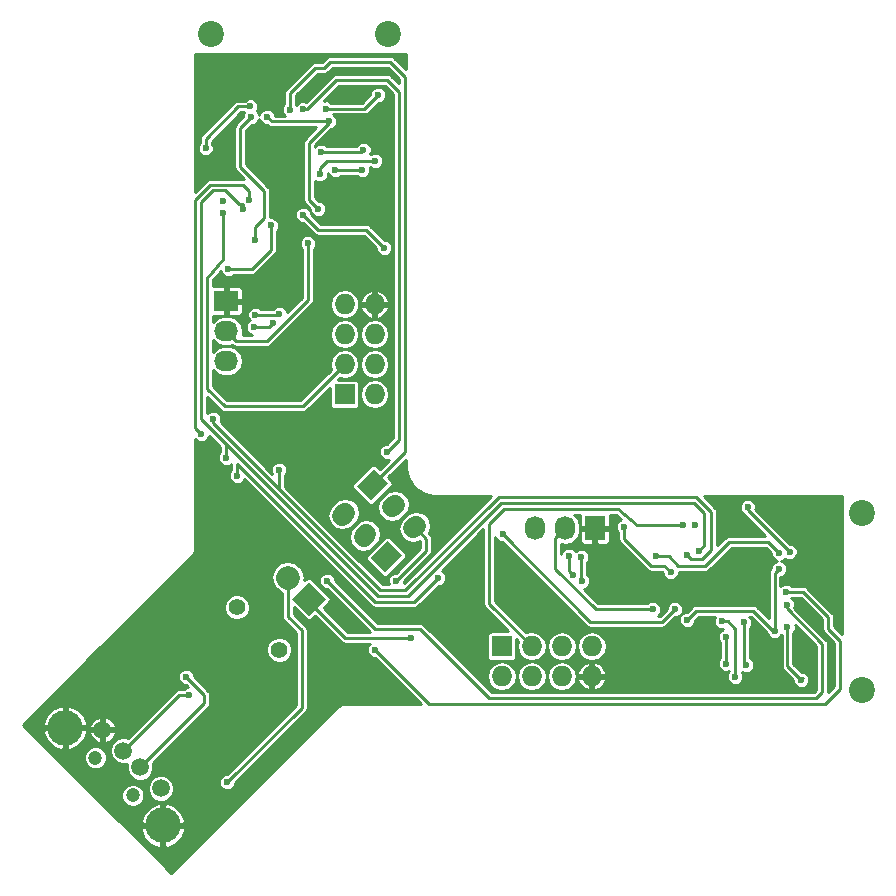
<source format=gbl>
G04 #@! TF.FileFunction,Copper,L2,Bot,Signal*
%FSLAX46Y46*%
G04 Gerber Fmt 4.6, Leading zero omitted, Abs format (unit mm)*
G04 Created by KiCad (PCBNEW (2015-11-24 BZR 6329)-product) date Wed 28 Sep 2016 12:51:07 PM EDT*
%MOMM*%
G01*
G04 APERTURE LIST*
%ADD10C,0.100000*%
%ADD11R,1.727200X2.032000*%
%ADD12O,1.727200X2.032000*%
%ADD13C,2.200000*%
%ADD14R,1.727200X1.727200*%
%ADD15O,1.727200X1.727200*%
%ADD16C,1.422400*%
%ADD17C,2.032000*%
%ADD18C,1.501140*%
%ADD19C,2.999740*%
%ADD20C,1.200000*%
%ADD21R,2.032000X1.727200*%
%ADD22O,2.032000X1.727200*%
%ADD23C,1.727200*%
%ADD24C,0.600000*%
%ADD25C,0.250000*%
%ADD26C,0.700000*%
%ADD27C,0.254000*%
G04 APERTURE END LIST*
D10*
D11*
X156273000Y-98403000D03*
D12*
X153733000Y-98403000D03*
X151193000Y-98403000D03*
D13*
X178873000Y-112103000D03*
X178873000Y-97103000D03*
D14*
X148373000Y-108403000D03*
D15*
X148373000Y-110943000D03*
X150913000Y-108403000D03*
X150913000Y-110943000D03*
X153453000Y-108403000D03*
X153453000Y-110943000D03*
X155993000Y-108403000D03*
X155993000Y-110943000D03*
D16*
X129540000Y-108712000D03*
X125947898Y-105119898D03*
D10*
G36*
X133516841Y-104394000D02*
X132080000Y-105830841D01*
X130643159Y-104394000D01*
X132080000Y-102957159D01*
X133516841Y-104394000D01*
X133516841Y-104394000D01*
G37*
D17*
X130283949Y-102597949D02*
X130283949Y-102597949D01*
D18*
X114570746Y-115489049D03*
X116338513Y-117256816D03*
X117759797Y-118678100D03*
X119520493Y-120438796D03*
D19*
X111424120Y-115312272D03*
X119697270Y-123585421D03*
D20*
X113969705Y-117857856D03*
X117151685Y-121039837D03*
D14*
X135073000Y-87085000D03*
D15*
X137613000Y-87085000D03*
X135073000Y-84545000D03*
X137613000Y-84545000D03*
X135073000Y-82005000D03*
X137613000Y-82005000D03*
X135073000Y-79465000D03*
X137613000Y-79465000D03*
D13*
X123773000Y-56585000D03*
X138773000Y-56585000D03*
D21*
X125073000Y-79185000D03*
D22*
X125073000Y-81725000D03*
X125073000Y-84265000D03*
D10*
G36*
X139913078Y-100724237D02*
X138476237Y-102161078D01*
X137254922Y-100939763D01*
X138691763Y-99502922D01*
X139913078Y-100724237D01*
X139913078Y-100724237D01*
G37*
D23*
X136680186Y-99143712D02*
X136895712Y-98928186D01*
X134884135Y-97347661D02*
X135099661Y-97132135D01*
D10*
G36*
X136084922Y-94849763D02*
X137521763Y-93412922D01*
X138743078Y-94634237D01*
X137306237Y-96071078D01*
X136084922Y-94849763D01*
X136084922Y-94849763D01*
G37*
D23*
X139317814Y-96430288D02*
X139102288Y-96645814D01*
X141113865Y-98226339D02*
X140898339Y-98441865D01*
D24*
X162673000Y-102153000D03*
X143002000Y-102616000D03*
X158750000Y-98298000D03*
X125984000Y-93980000D03*
X128823000Y-72785000D03*
X125222000Y-76454000D03*
X174473000Y-106178000D03*
X176276000Y-108458000D03*
X135128000Y-59690000D03*
X169335500Y-101540500D03*
X160198000Y-102978000D03*
X167610500Y-103265500D03*
X175523000Y-100928000D03*
X166878000Y-96774000D03*
X174603000Y-96483000D03*
X123153000Y-60855000D03*
X123444000Y-68580000D03*
X127598000Y-59935000D03*
X129935500Y-67847500D03*
X129648000Y-75260000D03*
X128210500Y-66122500D03*
X132848000Y-60985000D03*
X172743000Y-100423000D03*
X169203000Y-96633000D03*
X123303000Y-66255000D03*
X127093000Y-62715000D03*
X140716000Y-107696000D03*
X164743000Y-98113000D03*
X171473000Y-107103000D03*
X171873000Y-101853000D03*
X164084000Y-106172000D03*
X132842000Y-71374000D03*
X128523000Y-63585000D03*
X133773000Y-63985000D03*
X124783000Y-70715000D03*
X121920000Y-112522000D03*
X121666000Y-110998000D03*
X132844000Y-58575000D03*
X125144000Y-119922000D03*
X163748000Y-98128000D03*
X154432000Y-102362000D03*
X154073000Y-100753000D03*
X155123000Y-100853000D03*
X155194000Y-102870000D03*
X161163000Y-105283000D03*
X127183000Y-63585000D03*
X127483000Y-74015000D03*
X176883000Y-106162000D03*
X124798000Y-71710000D03*
X127423000Y-81385000D03*
X129032000Y-81026000D03*
X129540000Y-80264000D03*
X127523000Y-80335000D03*
X131953000Y-74295000D03*
X138684000Y-91948000D03*
X131573000Y-62935000D03*
X133604000Y-102870000D03*
X172523000Y-104903000D03*
X130473000Y-62985000D03*
X172473000Y-103803000D03*
X137668000Y-108712000D03*
X139446000Y-102870000D03*
X164044000Y-100662000D03*
X129540000Y-93472000D03*
X122936000Y-90424000D03*
X127000000Y-70612000D03*
X123952000Y-89154000D03*
X125044000Y-92462000D03*
X126444000Y-71362000D03*
X165044000Y-100362000D03*
X161443000Y-100813000D03*
X171873000Y-100513000D03*
X138430000Y-74676000D03*
X131572000Y-71882000D03*
X163034000Y-105272000D03*
X148474000Y-98942000D03*
X137668000Y-67310000D03*
X132969000Y-68453000D03*
X134273000Y-68085000D03*
X136573000Y-68085000D03*
X133073000Y-66585000D03*
X136673000Y-66385000D03*
X133473000Y-62885000D03*
X137922000Y-61722000D03*
X167005000Y-106299000D03*
X168148000Y-110998000D03*
X167373000Y-109903000D03*
X167373000Y-107603000D03*
X169073000Y-110003000D03*
X168873000Y-106403000D03*
X173736000Y-111252000D03*
X172573000Y-106803000D03*
D25*
X137668000Y-104648000D02*
X125984000Y-92964000D01*
X162673000Y-102153000D02*
X162120000Y-101600000D01*
X140970000Y-104648000D02*
X140462000Y-104648000D01*
X143002000Y-102616000D02*
X140970000Y-104648000D01*
X158750000Y-99314000D02*
X158750000Y-98298000D01*
X161036000Y-101600000D02*
X158750000Y-99314000D01*
X162120000Y-101600000D02*
X161036000Y-101600000D01*
X140462000Y-104648000D02*
X137668000Y-104648000D01*
X125984000Y-93980000D02*
X125984000Y-92964000D01*
X128823000Y-72785000D02*
X128823000Y-74885000D01*
X127254000Y-76454000D02*
X125222000Y-76454000D01*
X128823000Y-74885000D02*
X127254000Y-76454000D01*
X174473000Y-106178000D02*
X176276000Y-107981000D01*
X176276000Y-107981000D02*
X176276000Y-108458000D01*
X169203000Y-96633000D02*
X169203000Y-96883000D01*
X169203000Y-96883000D02*
X172743000Y-100423000D01*
X127093000Y-62715000D02*
X126091000Y-62715000D01*
X123303000Y-65503000D02*
X123303000Y-66255000D01*
X126091000Y-62715000D02*
X123303000Y-65503000D01*
X135128000Y-107696000D02*
X132080000Y-104648000D01*
X140716000Y-107696000D02*
X135128000Y-107696000D01*
X132080000Y-104648000D02*
X132080000Y-104394000D01*
X171473000Y-102253000D02*
X171873000Y-101853000D01*
X171473000Y-107103000D02*
X171473000Y-102253000D01*
X171365000Y-107103000D02*
X169672000Y-105410000D01*
X169672000Y-105410000D02*
X164846000Y-105410000D01*
X164846000Y-105410000D02*
X164084000Y-106172000D01*
X171473000Y-107103000D02*
X171365000Y-107103000D01*
X133773000Y-63985000D02*
X133773000Y-64093000D01*
X132080000Y-70612000D02*
X132842000Y-71374000D01*
X132080000Y-65786000D02*
X132080000Y-70612000D01*
X133773000Y-64093000D02*
X132080000Y-65786000D01*
X133773000Y-63985000D02*
X128923000Y-63985000D01*
X128923000Y-63985000D02*
X128523000Y-63585000D01*
X116338513Y-117256816D02*
X121073329Y-112522000D01*
X121073329Y-112522000D02*
X121920000Y-112522000D01*
X117759797Y-118678100D02*
X123190000Y-113247897D01*
X123190000Y-112522000D02*
X121666000Y-110998000D01*
X123190000Y-113247897D02*
X123190000Y-112522000D01*
D26*
X132844000Y-58575000D02*
X132844000Y-58562000D01*
D25*
X130283949Y-102597949D02*
X130283949Y-105921949D01*
X131434000Y-113632000D02*
X125144000Y-119922000D01*
X131434000Y-107072000D02*
X131434000Y-113632000D01*
X130283949Y-105921949D02*
X131434000Y-107072000D01*
X148844000Y-96774000D02*
X148590000Y-96774000D01*
X163748000Y-98128000D02*
X159850000Y-98128000D01*
X147320000Y-104810000D02*
X150913000Y-108403000D01*
X147320000Y-98044000D02*
X147320000Y-104810000D01*
X158242000Y-96774000D02*
X148844000Y-96774000D01*
X159850000Y-98128000D02*
X158242000Y-96774000D01*
X148590000Y-96774000D02*
X147320000Y-98044000D01*
X154073000Y-102003000D02*
X154432000Y-102362000D01*
X154073000Y-100753000D02*
X154073000Y-102003000D01*
X155123000Y-100853000D02*
X155123000Y-102799000D01*
X155123000Y-102799000D02*
X155194000Y-102870000D01*
X152908000Y-99228000D02*
X152908000Y-101600000D01*
X152908000Y-101600000D02*
X152908000Y-101854000D01*
X152908000Y-101854000D02*
X156337000Y-105283000D01*
X156337000Y-105283000D02*
X161163000Y-105283000D01*
X153733000Y-98403000D02*
X152908000Y-99228000D01*
X127483000Y-74015000D02*
X127483000Y-72923000D01*
X126238000Y-64530000D02*
X127183000Y-63585000D01*
X126238000Y-67818000D02*
X126238000Y-64530000D01*
X128270000Y-69850000D02*
X126238000Y-67818000D01*
X128270000Y-72136000D02*
X128270000Y-69850000D01*
X127483000Y-72923000D02*
X128270000Y-72136000D01*
X176883000Y-106162000D02*
X176844000Y-106162000D01*
X131526000Y-88092000D02*
X124922000Y-88092000D01*
X124798000Y-75608000D02*
X123444000Y-77216000D01*
X123444000Y-77216000D02*
X123444000Y-86614000D01*
X124798000Y-71710000D02*
X124798000Y-75608000D01*
X124922000Y-88092000D02*
X123444000Y-86614000D01*
X131526000Y-88092000D02*
X135073000Y-84545000D01*
X127423000Y-81385000D02*
X128673000Y-81385000D01*
X128673000Y-81385000D02*
X129032000Y-81026000D01*
X129469000Y-80335000D02*
X129540000Y-80264000D01*
X127523000Y-80335000D02*
X129469000Y-80335000D01*
X125073000Y-81725000D02*
X125898000Y-82550000D01*
X131953000Y-79121000D02*
X131953000Y-74295000D01*
X128524000Y-82550000D02*
X131953000Y-79121000D01*
X128270000Y-82550000D02*
X128524000Y-82550000D01*
X125898000Y-82550000D02*
X128270000Y-82550000D01*
X139700000Y-61468000D02*
X139700000Y-90932000D01*
X139700000Y-90932000D02*
X138684000Y-91948000D01*
X131883000Y-62935000D02*
X134366000Y-60452000D01*
X134366000Y-60452000D02*
X138684000Y-60452000D01*
X131573000Y-62935000D02*
X131883000Y-62935000D01*
X138684000Y-60452000D02*
X139700000Y-61468000D01*
X141436000Y-106934000D02*
X137668000Y-106934000D01*
X137668000Y-106934000D02*
X133604000Y-102870000D01*
X141986000Y-107484000D02*
X147335998Y-112833998D01*
X175514000Y-112325998D02*
X175006000Y-112833998D01*
X175006000Y-112833998D02*
X147335998Y-112833998D01*
X172523000Y-105213000D02*
X175514000Y-108204000D01*
X172523000Y-104903000D02*
X172523000Y-105213000D01*
X175514000Y-108204000D02*
X175514000Y-112325998D01*
X141986000Y-107484000D02*
X141436000Y-106934000D01*
X140208000Y-60198000D02*
X138938000Y-58928000D01*
X140208000Y-90678000D02*
X140208000Y-91948000D01*
X130473000Y-61551000D02*
X132588000Y-59436000D01*
X140208000Y-60198000D02*
X140208000Y-90678000D01*
X130473000Y-62985000D02*
X130473000Y-61551000D01*
X140208000Y-91948000D02*
X137414000Y-94742000D01*
X132588000Y-59436000D02*
X133350000Y-59436000D01*
X133858000Y-58928000D02*
X133350000Y-59436000D01*
X134112000Y-58928000D02*
X133858000Y-58928000D01*
X138938000Y-58928000D02*
X134112000Y-58928000D01*
X141006102Y-98334102D02*
X141986000Y-99314000D01*
X177038000Y-112014000D02*
X175768000Y-113284000D01*
X175768000Y-113284000D02*
X143510000Y-113284000D01*
X176022000Y-105918000D02*
X176022000Y-106680000D01*
X176022000Y-106680000D02*
X176022000Y-106934000D01*
X176022000Y-106934000D02*
X177038000Y-107950000D01*
X172473000Y-103803000D02*
X173907000Y-103803000D01*
X173907000Y-103803000D02*
X176022000Y-105918000D01*
X177038000Y-107950000D02*
X177038000Y-112014000D01*
X142240000Y-113284000D02*
X143510000Y-113284000D01*
X137668000Y-108712000D02*
X142240000Y-113284000D01*
X141986000Y-100330000D02*
X139446000Y-102870000D01*
X141986000Y-99314000D02*
X141986000Y-100330000D01*
X166116000Y-99762000D02*
X166116000Y-100290000D01*
X164444000Y-101062000D02*
X164044000Y-100662000D01*
X165344000Y-101062000D02*
X164444000Y-101062000D01*
X166116000Y-100290000D02*
X165344000Y-101062000D01*
X130110801Y-95695199D02*
X129540000Y-95124398D01*
X129540000Y-95124398D02*
X129540000Y-93472000D01*
X123698000Y-69342000D02*
X122428000Y-70612000D01*
X122428000Y-70612000D02*
X122428000Y-89916000D01*
X122936000Y-90424000D02*
X122428000Y-89916000D01*
X127000000Y-69850000D02*
X126492000Y-69342000D01*
X126492000Y-69342000D02*
X123698000Y-69342000D01*
X127000000Y-70612000D02*
X127000000Y-69850000D01*
X123952000Y-89536398D02*
X123952000Y-89154000D01*
X140208000Y-103689998D02*
X138105600Y-103689998D01*
X138105600Y-103689998D02*
X130110801Y-95695199D01*
X130110801Y-95695199D02*
X123952000Y-89536398D01*
X149352000Y-95758000D02*
X148139998Y-95758000D01*
X164846000Y-95758000D02*
X149352000Y-95758000D01*
X148139998Y-95758000D02*
X140208000Y-103689998D01*
X166116000Y-97028000D02*
X164846000Y-95758000D01*
X166116000Y-99822000D02*
X166116000Y-99762000D01*
X166116000Y-99762000D02*
X166116000Y-97028000D01*
X125044000Y-91297998D02*
X125044000Y-92462000D01*
X124676001Y-90929999D02*
X125044000Y-91297998D01*
X158044000Y-96262000D02*
X164665998Y-96262000D01*
X148344000Y-96262000D02*
X158044000Y-96262000D01*
X140444000Y-104162000D02*
X148344000Y-96262000D01*
X137908002Y-104162000D02*
X140444000Y-104162000D01*
X122944000Y-89197998D02*
X124676001Y-90929999D01*
X124676001Y-90929999D02*
X137908002Y-104162000D01*
X122944000Y-70762000D02*
X122944000Y-89197998D01*
X123913998Y-69792002D02*
X122944000Y-70762000D01*
X124974002Y-69792002D02*
X123913998Y-69792002D01*
X126144000Y-70962000D02*
X124974002Y-69792002D01*
X126444000Y-70962000D02*
X126144000Y-70962000D01*
X126444000Y-71362000D02*
X126444000Y-70962000D01*
X165544000Y-99862000D02*
X165044000Y-100362000D01*
X165544000Y-97140002D02*
X165544000Y-99862000D01*
X164665998Y-96262000D02*
X165544000Y-97140002D01*
X162535000Y-100813000D02*
X163322000Y-101600000D01*
X163322000Y-101600000D02*
X165608000Y-101600000D01*
X165608000Y-101600000D02*
X167640000Y-99568000D01*
X167640000Y-99568000D02*
X170928000Y-99568000D01*
X170928000Y-99568000D02*
X171873000Y-100513000D01*
X161443000Y-100813000D02*
X162535000Y-100813000D01*
X132842000Y-73152000D02*
X131572000Y-71882000D01*
X136906000Y-73152000D02*
X132842000Y-73152000D01*
X138430000Y-74676000D02*
X136906000Y-73152000D01*
X163034000Y-105272000D02*
X161964000Y-106342000D01*
X161964000Y-106342000D02*
X155874000Y-106342000D01*
X155874000Y-106342000D02*
X148474000Y-98942000D01*
X137668000Y-67310000D02*
X133604000Y-67310000D01*
X133604000Y-67310000D02*
X132969000Y-67945000D01*
X132969000Y-67945000D02*
X132969000Y-68453000D01*
X136573000Y-68085000D02*
X134273000Y-68085000D01*
X136673000Y-66385000D02*
X136473000Y-66585000D01*
X136473000Y-66585000D02*
X133073000Y-66585000D01*
X133473000Y-62885000D02*
X136759000Y-62885000D01*
X136759000Y-62885000D02*
X137922000Y-61722000D01*
X137812000Y-61612000D02*
X137922000Y-61722000D01*
X167513000Y-106299000D02*
X167005000Y-106299000D01*
X168148000Y-106934000D02*
X167513000Y-106299000D01*
X168148000Y-110998000D02*
X168148000Y-106934000D01*
X167373000Y-109903000D02*
X167373000Y-107603000D01*
X168873000Y-109803000D02*
X168873000Y-106403000D01*
X169073000Y-110003000D02*
X168873000Y-109803000D01*
X173846000Y-111142000D02*
X173736000Y-111252000D01*
X172573000Y-110089000D02*
X173736000Y-111252000D01*
X172573000Y-106803000D02*
X172573000Y-110089000D01*
D27*
G36*
X124538000Y-91507590D02*
X124538000Y-92004877D01*
X124467013Y-92075741D01*
X124363118Y-92325946D01*
X124362882Y-92596865D01*
X124466339Y-92847252D01*
X124657741Y-93038987D01*
X124907946Y-93142882D01*
X125178865Y-93143118D01*
X125429252Y-93039661D01*
X125478000Y-92990998D01*
X125478000Y-93522877D01*
X125407013Y-93593741D01*
X125303118Y-93843946D01*
X125302882Y-94114865D01*
X125406339Y-94365252D01*
X125597741Y-94556987D01*
X125847946Y-94660882D01*
X126118865Y-94661118D01*
X126369252Y-94557661D01*
X126560987Y-94366259D01*
X126593168Y-94288760D01*
X137310204Y-105005796D01*
X137474362Y-105115483D01*
X137668000Y-105154000D01*
X140970000Y-105154000D01*
X141163638Y-105115483D01*
X141327796Y-105005796D01*
X143036561Y-103297031D01*
X143136865Y-103297118D01*
X143387252Y-103193661D01*
X143578987Y-103002259D01*
X143682882Y-102752054D01*
X143683118Y-102481135D01*
X143579661Y-102230748D01*
X143388259Y-102039013D01*
X143313586Y-102008006D01*
X146814000Y-98507592D01*
X146814000Y-104810000D01*
X146852517Y-105003638D01*
X146962204Y-105167796D01*
X148945344Y-107150936D01*
X147509400Y-107150936D01*
X147368210Y-107177503D01*
X147238535Y-107260946D01*
X147151541Y-107388266D01*
X147120936Y-107539400D01*
X147120936Y-109266600D01*
X147147503Y-109407790D01*
X147230946Y-109537465D01*
X147358266Y-109624459D01*
X147509400Y-109655064D01*
X149236600Y-109655064D01*
X149377790Y-109628497D01*
X149507465Y-109545054D01*
X149594459Y-109417734D01*
X149625064Y-109266600D01*
X149625064Y-107830656D01*
X149735831Y-107941423D01*
X149644017Y-108403000D01*
X149738757Y-108879288D01*
X150008552Y-109283065D01*
X150412329Y-109552860D01*
X150888617Y-109647600D01*
X150937383Y-109647600D01*
X151413671Y-109552860D01*
X151817448Y-109283065D01*
X152087243Y-108879288D01*
X152181983Y-108403000D01*
X152184017Y-108403000D01*
X152278757Y-108879288D01*
X152548552Y-109283065D01*
X152952329Y-109552860D01*
X153428617Y-109647600D01*
X153477383Y-109647600D01*
X153953671Y-109552860D01*
X154357448Y-109283065D01*
X154627243Y-108879288D01*
X154721983Y-108403000D01*
X154724017Y-108403000D01*
X154818757Y-108879288D01*
X155088552Y-109283065D01*
X155492329Y-109552860D01*
X155968617Y-109647600D01*
X156017383Y-109647600D01*
X156493671Y-109552860D01*
X156897448Y-109283065D01*
X157167243Y-108879288D01*
X157261983Y-108403000D01*
X157167243Y-107926712D01*
X156897448Y-107522935D01*
X156493671Y-107253140D01*
X156017383Y-107158400D01*
X155968617Y-107158400D01*
X155492329Y-107253140D01*
X155088552Y-107522935D01*
X154818757Y-107926712D01*
X154724017Y-108403000D01*
X154721983Y-108403000D01*
X154627243Y-107926712D01*
X154357448Y-107522935D01*
X153953671Y-107253140D01*
X153477383Y-107158400D01*
X153428617Y-107158400D01*
X152952329Y-107253140D01*
X152548552Y-107522935D01*
X152278757Y-107926712D01*
X152184017Y-108403000D01*
X152181983Y-108403000D01*
X152087243Y-107926712D01*
X151817448Y-107522935D01*
X151413671Y-107253140D01*
X150937383Y-107158400D01*
X150888617Y-107158400D01*
X150467715Y-107242123D01*
X147826000Y-104600408D01*
X147826000Y-99157017D01*
X147896339Y-99327252D01*
X148087741Y-99518987D01*
X148337946Y-99622882D01*
X148439378Y-99622970D01*
X155516204Y-106699796D01*
X155680362Y-106809483D01*
X155874000Y-106848000D01*
X161964000Y-106848000D01*
X162157638Y-106809483D01*
X162321796Y-106699796D01*
X163068561Y-105953031D01*
X163168865Y-105953118D01*
X163419252Y-105849661D01*
X163610987Y-105658259D01*
X163714882Y-105408054D01*
X163715118Y-105137135D01*
X163611661Y-104886748D01*
X163420259Y-104695013D01*
X163170054Y-104591118D01*
X162899135Y-104590882D01*
X162648748Y-104694339D01*
X162457013Y-104885741D01*
X162353118Y-105135946D01*
X162353030Y-105237378D01*
X161754408Y-105836000D01*
X161572956Y-105836000D01*
X161739987Y-105669259D01*
X161843882Y-105419054D01*
X161844118Y-105148135D01*
X161740661Y-104897748D01*
X161549259Y-104706013D01*
X161299054Y-104602118D01*
X161028135Y-104601882D01*
X160777748Y-104705339D01*
X160705962Y-104777000D01*
X156546592Y-104777000D01*
X155320703Y-103551111D01*
X155328865Y-103551118D01*
X155579252Y-103447661D01*
X155770987Y-103256259D01*
X155874882Y-103006054D01*
X155875118Y-102735135D01*
X155771661Y-102484748D01*
X155629000Y-102341839D01*
X155629000Y-101310123D01*
X155699987Y-101239259D01*
X155803882Y-100989054D01*
X155804118Y-100718135D01*
X155700661Y-100467748D01*
X155509259Y-100276013D01*
X155259054Y-100172118D01*
X154988135Y-100171882D01*
X154737748Y-100275339D01*
X154647924Y-100365007D01*
X154459259Y-100176013D01*
X154209054Y-100072118D01*
X153938135Y-100071882D01*
X153687748Y-100175339D01*
X153496013Y-100366741D01*
X153414000Y-100564249D01*
X153414000Y-99763916D01*
X153733000Y-99827369D01*
X154209288Y-99732629D01*
X154613065Y-99462834D01*
X154882860Y-99059057D01*
X154969149Y-98625250D01*
X155028400Y-98625250D01*
X155028400Y-99494785D01*
X155086404Y-99634819D01*
X155193580Y-99741996D01*
X155333614Y-99800000D01*
X156050750Y-99800000D01*
X156146000Y-99704750D01*
X156146000Y-98530000D01*
X156400000Y-98530000D01*
X156400000Y-99704750D01*
X156495250Y-99800000D01*
X157212386Y-99800000D01*
X157352420Y-99741996D01*
X157459596Y-99634819D01*
X157517600Y-99494785D01*
X157517600Y-98625250D01*
X157422350Y-98530000D01*
X156400000Y-98530000D01*
X156146000Y-98530000D01*
X155123650Y-98530000D01*
X155028400Y-98625250D01*
X154969149Y-98625250D01*
X154977600Y-98582769D01*
X154977600Y-98223231D01*
X154882860Y-97746943D01*
X154613065Y-97343166D01*
X154518530Y-97280000D01*
X155041330Y-97280000D01*
X155028400Y-97311215D01*
X155028400Y-98180750D01*
X155123650Y-98276000D01*
X156146000Y-98276000D01*
X156146000Y-98256000D01*
X156400000Y-98256000D01*
X156400000Y-98276000D01*
X157422350Y-98276000D01*
X157517600Y-98180750D01*
X157517600Y-97311215D01*
X157504670Y-97280000D01*
X158057337Y-97280000D01*
X158509332Y-97660598D01*
X158364748Y-97720339D01*
X158173013Y-97911741D01*
X158069118Y-98161946D01*
X158068882Y-98432865D01*
X158172339Y-98683252D01*
X158244000Y-98755038D01*
X158244000Y-99314000D01*
X158282517Y-99507638D01*
X158392204Y-99671796D01*
X160678204Y-101957796D01*
X160842362Y-102067483D01*
X161036000Y-102106000D01*
X161910408Y-102106000D01*
X161991969Y-102187561D01*
X161991882Y-102287865D01*
X162095339Y-102538252D01*
X162286741Y-102729987D01*
X162536946Y-102833882D01*
X162807865Y-102834118D01*
X163058252Y-102730661D01*
X163249987Y-102539259D01*
X163353882Y-102289054D01*
X163354041Y-102106000D01*
X165608000Y-102106000D01*
X165801638Y-102067483D01*
X165965796Y-101957796D01*
X167849592Y-100074000D01*
X170718408Y-100074000D01*
X171191969Y-100547561D01*
X171191882Y-100647865D01*
X171295339Y-100898252D01*
X171486741Y-101089987D01*
X171710983Y-101183101D01*
X171487748Y-101275339D01*
X171296013Y-101466741D01*
X171192118Y-101716946D01*
X171192030Y-101818378D01*
X171115204Y-101895204D01*
X171005517Y-102059362D01*
X170967000Y-102253000D01*
X170967000Y-105989408D01*
X170029796Y-105052204D01*
X169865638Y-104942517D01*
X169672000Y-104904000D01*
X164846000Y-104904000D01*
X164652362Y-104942517D01*
X164509664Y-105037865D01*
X164488204Y-105052204D01*
X164049439Y-105490969D01*
X163949135Y-105490882D01*
X163698748Y-105594339D01*
X163507013Y-105785741D01*
X163403118Y-106035946D01*
X163402882Y-106306865D01*
X163506339Y-106557252D01*
X163697741Y-106748987D01*
X163947946Y-106852882D01*
X164218865Y-106853118D01*
X164469252Y-106749661D01*
X164660987Y-106558259D01*
X164764882Y-106308054D01*
X164764970Y-106206622D01*
X165055592Y-105916000D01*
X166426660Y-105916000D01*
X166324118Y-106162946D01*
X166323882Y-106433865D01*
X166427339Y-106684252D01*
X166618741Y-106875987D01*
X166868946Y-106979882D01*
X167097282Y-106980081D01*
X166987748Y-107025339D01*
X166796013Y-107216741D01*
X166692118Y-107466946D01*
X166691882Y-107737865D01*
X166795339Y-107988252D01*
X166867000Y-108060038D01*
X166867000Y-109445877D01*
X166796013Y-109516741D01*
X166692118Y-109766946D01*
X166691882Y-110037865D01*
X166795339Y-110288252D01*
X166986741Y-110479987D01*
X167236946Y-110583882D01*
X167507865Y-110584118D01*
X167642000Y-110528695D01*
X167642000Y-110540877D01*
X167571013Y-110611741D01*
X167467118Y-110861946D01*
X167466882Y-111132865D01*
X167570339Y-111383252D01*
X167761741Y-111574987D01*
X168011946Y-111678882D01*
X168282865Y-111679118D01*
X168533252Y-111575661D01*
X168724987Y-111384259D01*
X168828882Y-111134054D01*
X168829118Y-110863135D01*
X168725661Y-110612748D01*
X168697358Y-110584395D01*
X168936946Y-110683882D01*
X169207865Y-110684118D01*
X169458252Y-110580661D01*
X169649987Y-110389259D01*
X169753882Y-110139054D01*
X169754118Y-109868135D01*
X169650661Y-109617748D01*
X169459259Y-109426013D01*
X169379000Y-109392686D01*
X169379000Y-106860123D01*
X169449987Y-106789259D01*
X169553882Y-106539054D01*
X169554118Y-106268135D01*
X169450661Y-106017748D01*
X169349090Y-105916000D01*
X169462408Y-105916000D01*
X170797240Y-107250832D01*
X170895339Y-107488252D01*
X171086741Y-107679987D01*
X171336946Y-107783882D01*
X171607865Y-107784118D01*
X171858252Y-107680661D01*
X172049987Y-107489259D01*
X172067000Y-107448287D01*
X172067000Y-110089000D01*
X172105517Y-110282638D01*
X172215204Y-110446796D01*
X173054969Y-111286561D01*
X173054882Y-111386865D01*
X173158339Y-111637252D01*
X173349741Y-111828987D01*
X173599946Y-111932882D01*
X173870865Y-111933118D01*
X174121252Y-111829661D01*
X174312987Y-111638259D01*
X174416882Y-111388054D01*
X174417118Y-111117135D01*
X174313661Y-110866748D01*
X174122259Y-110675013D01*
X173872054Y-110571118D01*
X173770622Y-110571030D01*
X173079000Y-109879408D01*
X173079000Y-107260123D01*
X173149987Y-107189259D01*
X173253882Y-106939054D01*
X173254118Y-106668135D01*
X173248186Y-106653778D01*
X175008000Y-108413592D01*
X175008000Y-112116406D01*
X174796408Y-112327998D01*
X147545590Y-112327998D01*
X146160592Y-110943000D01*
X147104017Y-110943000D01*
X147198757Y-111419288D01*
X147468552Y-111823065D01*
X147872329Y-112092860D01*
X148348617Y-112187600D01*
X148397383Y-112187600D01*
X148873671Y-112092860D01*
X149277448Y-111823065D01*
X149547243Y-111419288D01*
X149641983Y-110943000D01*
X149644017Y-110943000D01*
X149738757Y-111419288D01*
X150008552Y-111823065D01*
X150412329Y-112092860D01*
X150888617Y-112187600D01*
X150937383Y-112187600D01*
X151413671Y-112092860D01*
X151817448Y-111823065D01*
X152087243Y-111419288D01*
X152181983Y-110943000D01*
X152184017Y-110943000D01*
X152278757Y-111419288D01*
X152548552Y-111823065D01*
X152952329Y-112092860D01*
X153428617Y-112187600D01*
X153477383Y-112187600D01*
X153953671Y-112092860D01*
X154357448Y-111823065D01*
X154627243Y-111419288D01*
X154658506Y-111262118D01*
X154790007Y-111262118D01*
X154916695Y-111568001D01*
X155237801Y-111932310D01*
X155673880Y-112146005D01*
X155866000Y-112085865D01*
X155866000Y-111070000D01*
X156120000Y-111070000D01*
X156120000Y-112085865D01*
X156312120Y-112146005D01*
X156748199Y-111932310D01*
X157069305Y-111568001D01*
X157195993Y-111262118D01*
X157135312Y-111070000D01*
X156120000Y-111070000D01*
X155866000Y-111070000D01*
X154850688Y-111070000D01*
X154790007Y-111262118D01*
X154658506Y-111262118D01*
X154721983Y-110943000D01*
X154658507Y-110623882D01*
X154790007Y-110623882D01*
X154850688Y-110816000D01*
X155866000Y-110816000D01*
X155866000Y-109800135D01*
X156120000Y-109800135D01*
X156120000Y-110816000D01*
X157135312Y-110816000D01*
X157195993Y-110623882D01*
X157069305Y-110317999D01*
X156748199Y-109953690D01*
X156312120Y-109739995D01*
X156120000Y-109800135D01*
X155866000Y-109800135D01*
X155673880Y-109739995D01*
X155237801Y-109953690D01*
X154916695Y-110317999D01*
X154790007Y-110623882D01*
X154658507Y-110623882D01*
X154627243Y-110466712D01*
X154357448Y-110062935D01*
X153953671Y-109793140D01*
X153477383Y-109698400D01*
X153428617Y-109698400D01*
X152952329Y-109793140D01*
X152548552Y-110062935D01*
X152278757Y-110466712D01*
X152184017Y-110943000D01*
X152181983Y-110943000D01*
X152087243Y-110466712D01*
X151817448Y-110062935D01*
X151413671Y-109793140D01*
X150937383Y-109698400D01*
X150888617Y-109698400D01*
X150412329Y-109793140D01*
X150008552Y-110062935D01*
X149738757Y-110466712D01*
X149644017Y-110943000D01*
X149641983Y-110943000D01*
X149547243Y-110466712D01*
X149277448Y-110062935D01*
X148873671Y-109793140D01*
X148397383Y-109698400D01*
X148348617Y-109698400D01*
X147872329Y-109793140D01*
X147468552Y-110062935D01*
X147198757Y-110466712D01*
X147104017Y-110943000D01*
X146160592Y-110943000D01*
X141793796Y-106576204D01*
X141629638Y-106466517D01*
X141436000Y-106428000D01*
X137877592Y-106428000D01*
X134285031Y-102835439D01*
X134285118Y-102735135D01*
X134181661Y-102484748D01*
X133990259Y-102293013D01*
X133740054Y-102189118D01*
X133469135Y-102188882D01*
X133218748Y-102292339D01*
X133027013Y-102483741D01*
X132923118Y-102733946D01*
X132922882Y-103004865D01*
X133026339Y-103255252D01*
X133217741Y-103446987D01*
X133467946Y-103550882D01*
X133569378Y-103550970D01*
X137208408Y-107190000D01*
X135337592Y-107190000D01*
X133303903Y-105156311D01*
X133791527Y-104668686D01*
X133872577Y-104550064D01*
X133905268Y-104399367D01*
X133876753Y-104247824D01*
X133791527Y-104119314D01*
X132354686Y-102682473D01*
X132236064Y-102601423D01*
X132085367Y-102568732D01*
X131933824Y-102597247D01*
X131805314Y-102682473D01*
X131658045Y-102829742D01*
X131700302Y-102617302D01*
X131593962Y-102082694D01*
X131291130Y-101629474D01*
X131252424Y-101590768D01*
X130799205Y-101287936D01*
X130264596Y-101181596D01*
X129729987Y-101287936D01*
X129276768Y-101590768D01*
X128973936Y-102043987D01*
X128867596Y-102578596D01*
X128973936Y-103113205D01*
X129276768Y-103566424D01*
X129315474Y-103605130D01*
X129768694Y-103907962D01*
X129777949Y-103909803D01*
X129777949Y-105921949D01*
X129816466Y-106115587D01*
X129926153Y-106279745D01*
X130928000Y-107281592D01*
X130928000Y-113422408D01*
X125109439Y-119240969D01*
X125009135Y-119240882D01*
X124758748Y-119344339D01*
X124567013Y-119535741D01*
X124463118Y-119785946D01*
X124462882Y-120056865D01*
X124566339Y-120307252D01*
X124757741Y-120498987D01*
X125007946Y-120602882D01*
X125278865Y-120603118D01*
X125529252Y-120499661D01*
X125720987Y-120308259D01*
X125824882Y-120058054D01*
X125824970Y-119956622D01*
X131791796Y-113989796D01*
X131901483Y-113825638D01*
X131940000Y-113632000D01*
X131940000Y-107072000D01*
X131901483Y-106878362D01*
X131791796Y-106714204D01*
X130789949Y-105712357D01*
X130789949Y-105090162D01*
X131805314Y-106105527D01*
X131923936Y-106186577D01*
X132074633Y-106219268D01*
X132226176Y-106190753D01*
X132354686Y-106105527D01*
X132588311Y-105871903D01*
X134770204Y-108053796D01*
X134934362Y-108163483D01*
X135128000Y-108202000D01*
X137214969Y-108202000D01*
X137091013Y-108325741D01*
X136987118Y-108575946D01*
X136986882Y-108846865D01*
X137090339Y-109097252D01*
X137281741Y-109288987D01*
X137531946Y-109392882D01*
X137633378Y-109392970D01*
X141576408Y-113336000D01*
X134874000Y-113336000D01*
X134699496Y-113370711D01*
X134593502Y-113441534D01*
X134551559Y-113469559D01*
X120396000Y-127625118D01*
X116781078Y-124010196D01*
X117827188Y-124010196D01*
X118132094Y-124693511D01*
X118675284Y-125208130D01*
X119272495Y-125455503D01*
X119570270Y-125403459D01*
X119570270Y-123712421D01*
X119824270Y-123712421D01*
X119824270Y-125403459D01*
X120122045Y-125455503D01*
X120805360Y-125150597D01*
X121319979Y-124607407D01*
X121567352Y-124010196D01*
X121515308Y-123712421D01*
X119824270Y-123712421D01*
X119570270Y-123712421D01*
X117879232Y-123712421D01*
X117827188Y-124010196D01*
X116781078Y-124010196D01*
X115931528Y-123160646D01*
X117827188Y-123160646D01*
X117879232Y-123458421D01*
X119570270Y-123458421D01*
X119570270Y-121767383D01*
X119824270Y-121767383D01*
X119824270Y-123458421D01*
X121515308Y-123458421D01*
X121567352Y-123160646D01*
X121262446Y-122477331D01*
X120719256Y-121962712D01*
X120122045Y-121715339D01*
X119824270Y-121767383D01*
X119570270Y-121767383D01*
X119272495Y-121715339D01*
X118589180Y-122020245D01*
X118074561Y-122563435D01*
X117827188Y-123160646D01*
X115931528Y-123160646D01*
X114004996Y-121234114D01*
X116170515Y-121234114D01*
X116319549Y-121594803D01*
X116595268Y-121871003D01*
X116955696Y-122020666D01*
X117345962Y-122021007D01*
X117706651Y-121871973D01*
X117982851Y-121596254D01*
X118132514Y-121235826D01*
X118132855Y-120845560D01*
X118057378Y-120662892D01*
X118388727Y-120662892D01*
X118560635Y-121078942D01*
X118878673Y-121397535D01*
X119294422Y-121570169D01*
X119744589Y-121570562D01*
X120160639Y-121398654D01*
X120479232Y-121080616D01*
X120651866Y-120664867D01*
X120652259Y-120214700D01*
X120480351Y-119798650D01*
X120162313Y-119480057D01*
X119746564Y-119307423D01*
X119296397Y-119307030D01*
X118880347Y-119478938D01*
X118561754Y-119796976D01*
X118389120Y-120212725D01*
X118388727Y-120662892D01*
X118057378Y-120662892D01*
X117983821Y-120484871D01*
X117708102Y-120208671D01*
X117347674Y-120059008D01*
X116957408Y-120058667D01*
X116596719Y-120207701D01*
X116320519Y-120483420D01*
X116170856Y-120843848D01*
X116170515Y-121234114D01*
X114004996Y-121234114D01*
X110823015Y-118052133D01*
X112988535Y-118052133D01*
X113137569Y-118412822D01*
X113413288Y-118689022D01*
X113773716Y-118838685D01*
X114163982Y-118839026D01*
X114524671Y-118689992D01*
X114800871Y-118414273D01*
X114950534Y-118053845D01*
X114950875Y-117663579D01*
X114875399Y-117480912D01*
X115206747Y-117480912D01*
X115378655Y-117896962D01*
X115696693Y-118215555D01*
X116112442Y-118388189D01*
X116562609Y-118388582D01*
X116673856Y-118342616D01*
X116628424Y-118452029D01*
X116628031Y-118902196D01*
X116799939Y-119318246D01*
X117117977Y-119636839D01*
X117533726Y-119809473D01*
X117983893Y-119809866D01*
X118399943Y-119637958D01*
X118718536Y-119319920D01*
X118891170Y-118904171D01*
X118891563Y-118454004D01*
X118835403Y-118318086D01*
X123547796Y-113605693D01*
X123562119Y-113584257D01*
X123657483Y-113441535D01*
X123696000Y-113247897D01*
X123696000Y-112522000D01*
X123657483Y-112328362D01*
X123547796Y-112164204D01*
X122347031Y-110963439D01*
X122347118Y-110863135D01*
X122243661Y-110612748D01*
X122052259Y-110421013D01*
X121802054Y-110317118D01*
X121531135Y-110316882D01*
X121280748Y-110420339D01*
X121089013Y-110611741D01*
X120985118Y-110861946D01*
X120984882Y-111132865D01*
X121088339Y-111383252D01*
X121279741Y-111574987D01*
X121529946Y-111678882D01*
X121631378Y-111678970D01*
X121793297Y-111840889D01*
X121785135Y-111840882D01*
X121534748Y-111944339D01*
X121462962Y-112016000D01*
X121073329Y-112016000D01*
X120879691Y-112054517D01*
X120715533Y-112164204D01*
X116698632Y-116181105D01*
X116564584Y-116125443D01*
X116114417Y-116125050D01*
X115698367Y-116296958D01*
X115379774Y-116614996D01*
X115207140Y-117030745D01*
X115206747Y-117480912D01*
X114875399Y-117480912D01*
X114801841Y-117302890D01*
X114526122Y-117026690D01*
X114165694Y-116877027D01*
X113775428Y-116876686D01*
X113414739Y-117025720D01*
X113138539Y-117301439D01*
X112988876Y-117661867D01*
X112988535Y-118052133D01*
X110823015Y-118052133D01*
X108507929Y-115737047D01*
X109554038Y-115737047D01*
X109858944Y-116420362D01*
X110402134Y-116934981D01*
X110999345Y-117182354D01*
X111297120Y-117130310D01*
X111297120Y-115439272D01*
X111551120Y-115439272D01*
X111551120Y-117130310D01*
X111848895Y-117182354D01*
X112532210Y-116877448D01*
X113046829Y-116334258D01*
X113270663Y-115793873D01*
X113458003Y-115793873D01*
X113659357Y-116196498D01*
X113999461Y-116491420D01*
X114265922Y-116601792D01*
X114443746Y-116539892D01*
X114443746Y-115616049D01*
X114697746Y-115616049D01*
X114697746Y-116539892D01*
X114875570Y-116601792D01*
X115278195Y-116400438D01*
X115573117Y-116060334D01*
X115683489Y-115793873D01*
X115621589Y-115616049D01*
X114697746Y-115616049D01*
X114443746Y-115616049D01*
X113519903Y-115616049D01*
X113458003Y-115793873D01*
X113270663Y-115793873D01*
X113294202Y-115737047D01*
X113242158Y-115439272D01*
X111551120Y-115439272D01*
X111297120Y-115439272D01*
X109606082Y-115439272D01*
X109554038Y-115737047D01*
X108507929Y-115737047D01*
X107832882Y-115062000D01*
X108007385Y-114887497D01*
X109554038Y-114887497D01*
X109606082Y-115185272D01*
X111297120Y-115185272D01*
X111297120Y-113494234D01*
X111551120Y-113494234D01*
X111551120Y-115185272D01*
X113242158Y-115185272D01*
X113242340Y-115184225D01*
X113458003Y-115184225D01*
X113519903Y-115362049D01*
X114443746Y-115362049D01*
X114443746Y-114438206D01*
X114697746Y-114438206D01*
X114697746Y-115362049D01*
X115621589Y-115362049D01*
X115683489Y-115184225D01*
X115482135Y-114781600D01*
X115142031Y-114486678D01*
X114875570Y-114376306D01*
X114697746Y-114438206D01*
X114443746Y-114438206D01*
X114265922Y-114376306D01*
X113863297Y-114577660D01*
X113568375Y-114917764D01*
X113458003Y-115184225D01*
X113242340Y-115184225D01*
X113294202Y-114887497D01*
X112989296Y-114204182D01*
X112446106Y-113689563D01*
X111848895Y-113442190D01*
X111551120Y-113494234D01*
X111297120Y-113494234D01*
X110999345Y-113442190D01*
X110316030Y-113747096D01*
X109801411Y-114290286D01*
X109554038Y-114887497D01*
X108007385Y-114887497D01*
X113966583Y-108928299D01*
X128447611Y-108928299D01*
X128613538Y-109329873D01*
X128920511Y-109637382D01*
X129321795Y-109804010D01*
X129756299Y-109804389D01*
X130157873Y-109638462D01*
X130465382Y-109331489D01*
X130632010Y-108930205D01*
X130632389Y-108495701D01*
X130466462Y-108094127D01*
X130159489Y-107786618D01*
X129758205Y-107619990D01*
X129323701Y-107619611D01*
X128922127Y-107785538D01*
X128614618Y-108092511D01*
X128447990Y-108493795D01*
X128447611Y-108928299D01*
X113966583Y-108928299D01*
X117558685Y-105336197D01*
X124855509Y-105336197D01*
X125021436Y-105737771D01*
X125328409Y-106045280D01*
X125729693Y-106211908D01*
X126164197Y-106212287D01*
X126565771Y-106046360D01*
X126873280Y-105739387D01*
X127039908Y-105338103D01*
X127040287Y-104903599D01*
X126874360Y-104502025D01*
X126567387Y-104194516D01*
X126166103Y-104027888D01*
X125731599Y-104027509D01*
X125330025Y-104193436D01*
X125022516Y-104500409D01*
X124855888Y-104901693D01*
X124855509Y-105336197D01*
X117558685Y-105336197D01*
X122242441Y-100652441D01*
X122245545Y-100647796D01*
X122341289Y-100504504D01*
X122376000Y-100330000D01*
X122376000Y-90826944D01*
X122549741Y-91000987D01*
X122799946Y-91104882D01*
X123070865Y-91105118D01*
X123321252Y-91001661D01*
X123512987Y-90810259D01*
X123609131Y-90578721D01*
X124538000Y-91507590D01*
X124538000Y-91507590D01*
G37*
X124538000Y-91507590D02*
X124538000Y-92004877D01*
X124467013Y-92075741D01*
X124363118Y-92325946D01*
X124362882Y-92596865D01*
X124466339Y-92847252D01*
X124657741Y-93038987D01*
X124907946Y-93142882D01*
X125178865Y-93143118D01*
X125429252Y-93039661D01*
X125478000Y-92990998D01*
X125478000Y-93522877D01*
X125407013Y-93593741D01*
X125303118Y-93843946D01*
X125302882Y-94114865D01*
X125406339Y-94365252D01*
X125597741Y-94556987D01*
X125847946Y-94660882D01*
X126118865Y-94661118D01*
X126369252Y-94557661D01*
X126560987Y-94366259D01*
X126593168Y-94288760D01*
X137310204Y-105005796D01*
X137474362Y-105115483D01*
X137668000Y-105154000D01*
X140970000Y-105154000D01*
X141163638Y-105115483D01*
X141327796Y-105005796D01*
X143036561Y-103297031D01*
X143136865Y-103297118D01*
X143387252Y-103193661D01*
X143578987Y-103002259D01*
X143682882Y-102752054D01*
X143683118Y-102481135D01*
X143579661Y-102230748D01*
X143388259Y-102039013D01*
X143313586Y-102008006D01*
X146814000Y-98507592D01*
X146814000Y-104810000D01*
X146852517Y-105003638D01*
X146962204Y-105167796D01*
X148945344Y-107150936D01*
X147509400Y-107150936D01*
X147368210Y-107177503D01*
X147238535Y-107260946D01*
X147151541Y-107388266D01*
X147120936Y-107539400D01*
X147120936Y-109266600D01*
X147147503Y-109407790D01*
X147230946Y-109537465D01*
X147358266Y-109624459D01*
X147509400Y-109655064D01*
X149236600Y-109655064D01*
X149377790Y-109628497D01*
X149507465Y-109545054D01*
X149594459Y-109417734D01*
X149625064Y-109266600D01*
X149625064Y-107830656D01*
X149735831Y-107941423D01*
X149644017Y-108403000D01*
X149738757Y-108879288D01*
X150008552Y-109283065D01*
X150412329Y-109552860D01*
X150888617Y-109647600D01*
X150937383Y-109647600D01*
X151413671Y-109552860D01*
X151817448Y-109283065D01*
X152087243Y-108879288D01*
X152181983Y-108403000D01*
X152184017Y-108403000D01*
X152278757Y-108879288D01*
X152548552Y-109283065D01*
X152952329Y-109552860D01*
X153428617Y-109647600D01*
X153477383Y-109647600D01*
X153953671Y-109552860D01*
X154357448Y-109283065D01*
X154627243Y-108879288D01*
X154721983Y-108403000D01*
X154724017Y-108403000D01*
X154818757Y-108879288D01*
X155088552Y-109283065D01*
X155492329Y-109552860D01*
X155968617Y-109647600D01*
X156017383Y-109647600D01*
X156493671Y-109552860D01*
X156897448Y-109283065D01*
X157167243Y-108879288D01*
X157261983Y-108403000D01*
X157167243Y-107926712D01*
X156897448Y-107522935D01*
X156493671Y-107253140D01*
X156017383Y-107158400D01*
X155968617Y-107158400D01*
X155492329Y-107253140D01*
X155088552Y-107522935D01*
X154818757Y-107926712D01*
X154724017Y-108403000D01*
X154721983Y-108403000D01*
X154627243Y-107926712D01*
X154357448Y-107522935D01*
X153953671Y-107253140D01*
X153477383Y-107158400D01*
X153428617Y-107158400D01*
X152952329Y-107253140D01*
X152548552Y-107522935D01*
X152278757Y-107926712D01*
X152184017Y-108403000D01*
X152181983Y-108403000D01*
X152087243Y-107926712D01*
X151817448Y-107522935D01*
X151413671Y-107253140D01*
X150937383Y-107158400D01*
X150888617Y-107158400D01*
X150467715Y-107242123D01*
X147826000Y-104600408D01*
X147826000Y-99157017D01*
X147896339Y-99327252D01*
X148087741Y-99518987D01*
X148337946Y-99622882D01*
X148439378Y-99622970D01*
X155516204Y-106699796D01*
X155680362Y-106809483D01*
X155874000Y-106848000D01*
X161964000Y-106848000D01*
X162157638Y-106809483D01*
X162321796Y-106699796D01*
X163068561Y-105953031D01*
X163168865Y-105953118D01*
X163419252Y-105849661D01*
X163610987Y-105658259D01*
X163714882Y-105408054D01*
X163715118Y-105137135D01*
X163611661Y-104886748D01*
X163420259Y-104695013D01*
X163170054Y-104591118D01*
X162899135Y-104590882D01*
X162648748Y-104694339D01*
X162457013Y-104885741D01*
X162353118Y-105135946D01*
X162353030Y-105237378D01*
X161754408Y-105836000D01*
X161572956Y-105836000D01*
X161739987Y-105669259D01*
X161843882Y-105419054D01*
X161844118Y-105148135D01*
X161740661Y-104897748D01*
X161549259Y-104706013D01*
X161299054Y-104602118D01*
X161028135Y-104601882D01*
X160777748Y-104705339D01*
X160705962Y-104777000D01*
X156546592Y-104777000D01*
X155320703Y-103551111D01*
X155328865Y-103551118D01*
X155579252Y-103447661D01*
X155770987Y-103256259D01*
X155874882Y-103006054D01*
X155875118Y-102735135D01*
X155771661Y-102484748D01*
X155629000Y-102341839D01*
X155629000Y-101310123D01*
X155699987Y-101239259D01*
X155803882Y-100989054D01*
X155804118Y-100718135D01*
X155700661Y-100467748D01*
X155509259Y-100276013D01*
X155259054Y-100172118D01*
X154988135Y-100171882D01*
X154737748Y-100275339D01*
X154647924Y-100365007D01*
X154459259Y-100176013D01*
X154209054Y-100072118D01*
X153938135Y-100071882D01*
X153687748Y-100175339D01*
X153496013Y-100366741D01*
X153414000Y-100564249D01*
X153414000Y-99763916D01*
X153733000Y-99827369D01*
X154209288Y-99732629D01*
X154613065Y-99462834D01*
X154882860Y-99059057D01*
X154969149Y-98625250D01*
X155028400Y-98625250D01*
X155028400Y-99494785D01*
X155086404Y-99634819D01*
X155193580Y-99741996D01*
X155333614Y-99800000D01*
X156050750Y-99800000D01*
X156146000Y-99704750D01*
X156146000Y-98530000D01*
X156400000Y-98530000D01*
X156400000Y-99704750D01*
X156495250Y-99800000D01*
X157212386Y-99800000D01*
X157352420Y-99741996D01*
X157459596Y-99634819D01*
X157517600Y-99494785D01*
X157517600Y-98625250D01*
X157422350Y-98530000D01*
X156400000Y-98530000D01*
X156146000Y-98530000D01*
X155123650Y-98530000D01*
X155028400Y-98625250D01*
X154969149Y-98625250D01*
X154977600Y-98582769D01*
X154977600Y-98223231D01*
X154882860Y-97746943D01*
X154613065Y-97343166D01*
X154518530Y-97280000D01*
X155041330Y-97280000D01*
X155028400Y-97311215D01*
X155028400Y-98180750D01*
X155123650Y-98276000D01*
X156146000Y-98276000D01*
X156146000Y-98256000D01*
X156400000Y-98256000D01*
X156400000Y-98276000D01*
X157422350Y-98276000D01*
X157517600Y-98180750D01*
X157517600Y-97311215D01*
X157504670Y-97280000D01*
X158057337Y-97280000D01*
X158509332Y-97660598D01*
X158364748Y-97720339D01*
X158173013Y-97911741D01*
X158069118Y-98161946D01*
X158068882Y-98432865D01*
X158172339Y-98683252D01*
X158244000Y-98755038D01*
X158244000Y-99314000D01*
X158282517Y-99507638D01*
X158392204Y-99671796D01*
X160678204Y-101957796D01*
X160842362Y-102067483D01*
X161036000Y-102106000D01*
X161910408Y-102106000D01*
X161991969Y-102187561D01*
X161991882Y-102287865D01*
X162095339Y-102538252D01*
X162286741Y-102729987D01*
X162536946Y-102833882D01*
X162807865Y-102834118D01*
X163058252Y-102730661D01*
X163249987Y-102539259D01*
X163353882Y-102289054D01*
X163354041Y-102106000D01*
X165608000Y-102106000D01*
X165801638Y-102067483D01*
X165965796Y-101957796D01*
X167849592Y-100074000D01*
X170718408Y-100074000D01*
X171191969Y-100547561D01*
X171191882Y-100647865D01*
X171295339Y-100898252D01*
X171486741Y-101089987D01*
X171710983Y-101183101D01*
X171487748Y-101275339D01*
X171296013Y-101466741D01*
X171192118Y-101716946D01*
X171192030Y-101818378D01*
X171115204Y-101895204D01*
X171005517Y-102059362D01*
X170967000Y-102253000D01*
X170967000Y-105989408D01*
X170029796Y-105052204D01*
X169865638Y-104942517D01*
X169672000Y-104904000D01*
X164846000Y-104904000D01*
X164652362Y-104942517D01*
X164509664Y-105037865D01*
X164488204Y-105052204D01*
X164049439Y-105490969D01*
X163949135Y-105490882D01*
X163698748Y-105594339D01*
X163507013Y-105785741D01*
X163403118Y-106035946D01*
X163402882Y-106306865D01*
X163506339Y-106557252D01*
X163697741Y-106748987D01*
X163947946Y-106852882D01*
X164218865Y-106853118D01*
X164469252Y-106749661D01*
X164660987Y-106558259D01*
X164764882Y-106308054D01*
X164764970Y-106206622D01*
X165055592Y-105916000D01*
X166426660Y-105916000D01*
X166324118Y-106162946D01*
X166323882Y-106433865D01*
X166427339Y-106684252D01*
X166618741Y-106875987D01*
X166868946Y-106979882D01*
X167097282Y-106980081D01*
X166987748Y-107025339D01*
X166796013Y-107216741D01*
X166692118Y-107466946D01*
X166691882Y-107737865D01*
X166795339Y-107988252D01*
X166867000Y-108060038D01*
X166867000Y-109445877D01*
X166796013Y-109516741D01*
X166692118Y-109766946D01*
X166691882Y-110037865D01*
X166795339Y-110288252D01*
X166986741Y-110479987D01*
X167236946Y-110583882D01*
X167507865Y-110584118D01*
X167642000Y-110528695D01*
X167642000Y-110540877D01*
X167571013Y-110611741D01*
X167467118Y-110861946D01*
X167466882Y-111132865D01*
X167570339Y-111383252D01*
X167761741Y-111574987D01*
X168011946Y-111678882D01*
X168282865Y-111679118D01*
X168533252Y-111575661D01*
X168724987Y-111384259D01*
X168828882Y-111134054D01*
X168829118Y-110863135D01*
X168725661Y-110612748D01*
X168697358Y-110584395D01*
X168936946Y-110683882D01*
X169207865Y-110684118D01*
X169458252Y-110580661D01*
X169649987Y-110389259D01*
X169753882Y-110139054D01*
X169754118Y-109868135D01*
X169650661Y-109617748D01*
X169459259Y-109426013D01*
X169379000Y-109392686D01*
X169379000Y-106860123D01*
X169449987Y-106789259D01*
X169553882Y-106539054D01*
X169554118Y-106268135D01*
X169450661Y-106017748D01*
X169349090Y-105916000D01*
X169462408Y-105916000D01*
X170797240Y-107250832D01*
X170895339Y-107488252D01*
X171086741Y-107679987D01*
X171336946Y-107783882D01*
X171607865Y-107784118D01*
X171858252Y-107680661D01*
X172049987Y-107489259D01*
X172067000Y-107448287D01*
X172067000Y-110089000D01*
X172105517Y-110282638D01*
X172215204Y-110446796D01*
X173054969Y-111286561D01*
X173054882Y-111386865D01*
X173158339Y-111637252D01*
X173349741Y-111828987D01*
X173599946Y-111932882D01*
X173870865Y-111933118D01*
X174121252Y-111829661D01*
X174312987Y-111638259D01*
X174416882Y-111388054D01*
X174417118Y-111117135D01*
X174313661Y-110866748D01*
X174122259Y-110675013D01*
X173872054Y-110571118D01*
X173770622Y-110571030D01*
X173079000Y-109879408D01*
X173079000Y-107260123D01*
X173149987Y-107189259D01*
X173253882Y-106939054D01*
X173254118Y-106668135D01*
X173248186Y-106653778D01*
X175008000Y-108413592D01*
X175008000Y-112116406D01*
X174796408Y-112327998D01*
X147545590Y-112327998D01*
X146160592Y-110943000D01*
X147104017Y-110943000D01*
X147198757Y-111419288D01*
X147468552Y-111823065D01*
X147872329Y-112092860D01*
X148348617Y-112187600D01*
X148397383Y-112187600D01*
X148873671Y-112092860D01*
X149277448Y-111823065D01*
X149547243Y-111419288D01*
X149641983Y-110943000D01*
X149644017Y-110943000D01*
X149738757Y-111419288D01*
X150008552Y-111823065D01*
X150412329Y-112092860D01*
X150888617Y-112187600D01*
X150937383Y-112187600D01*
X151413671Y-112092860D01*
X151817448Y-111823065D01*
X152087243Y-111419288D01*
X152181983Y-110943000D01*
X152184017Y-110943000D01*
X152278757Y-111419288D01*
X152548552Y-111823065D01*
X152952329Y-112092860D01*
X153428617Y-112187600D01*
X153477383Y-112187600D01*
X153953671Y-112092860D01*
X154357448Y-111823065D01*
X154627243Y-111419288D01*
X154658506Y-111262118D01*
X154790007Y-111262118D01*
X154916695Y-111568001D01*
X155237801Y-111932310D01*
X155673880Y-112146005D01*
X155866000Y-112085865D01*
X155866000Y-111070000D01*
X156120000Y-111070000D01*
X156120000Y-112085865D01*
X156312120Y-112146005D01*
X156748199Y-111932310D01*
X157069305Y-111568001D01*
X157195993Y-111262118D01*
X157135312Y-111070000D01*
X156120000Y-111070000D01*
X155866000Y-111070000D01*
X154850688Y-111070000D01*
X154790007Y-111262118D01*
X154658506Y-111262118D01*
X154721983Y-110943000D01*
X154658507Y-110623882D01*
X154790007Y-110623882D01*
X154850688Y-110816000D01*
X155866000Y-110816000D01*
X155866000Y-109800135D01*
X156120000Y-109800135D01*
X156120000Y-110816000D01*
X157135312Y-110816000D01*
X157195993Y-110623882D01*
X157069305Y-110317999D01*
X156748199Y-109953690D01*
X156312120Y-109739995D01*
X156120000Y-109800135D01*
X155866000Y-109800135D01*
X155673880Y-109739995D01*
X155237801Y-109953690D01*
X154916695Y-110317999D01*
X154790007Y-110623882D01*
X154658507Y-110623882D01*
X154627243Y-110466712D01*
X154357448Y-110062935D01*
X153953671Y-109793140D01*
X153477383Y-109698400D01*
X153428617Y-109698400D01*
X152952329Y-109793140D01*
X152548552Y-110062935D01*
X152278757Y-110466712D01*
X152184017Y-110943000D01*
X152181983Y-110943000D01*
X152087243Y-110466712D01*
X151817448Y-110062935D01*
X151413671Y-109793140D01*
X150937383Y-109698400D01*
X150888617Y-109698400D01*
X150412329Y-109793140D01*
X150008552Y-110062935D01*
X149738757Y-110466712D01*
X149644017Y-110943000D01*
X149641983Y-110943000D01*
X149547243Y-110466712D01*
X149277448Y-110062935D01*
X148873671Y-109793140D01*
X148397383Y-109698400D01*
X148348617Y-109698400D01*
X147872329Y-109793140D01*
X147468552Y-110062935D01*
X147198757Y-110466712D01*
X147104017Y-110943000D01*
X146160592Y-110943000D01*
X141793796Y-106576204D01*
X141629638Y-106466517D01*
X141436000Y-106428000D01*
X137877592Y-106428000D01*
X134285031Y-102835439D01*
X134285118Y-102735135D01*
X134181661Y-102484748D01*
X133990259Y-102293013D01*
X133740054Y-102189118D01*
X133469135Y-102188882D01*
X133218748Y-102292339D01*
X133027013Y-102483741D01*
X132923118Y-102733946D01*
X132922882Y-103004865D01*
X133026339Y-103255252D01*
X133217741Y-103446987D01*
X133467946Y-103550882D01*
X133569378Y-103550970D01*
X137208408Y-107190000D01*
X135337592Y-107190000D01*
X133303903Y-105156311D01*
X133791527Y-104668686D01*
X133872577Y-104550064D01*
X133905268Y-104399367D01*
X133876753Y-104247824D01*
X133791527Y-104119314D01*
X132354686Y-102682473D01*
X132236064Y-102601423D01*
X132085367Y-102568732D01*
X131933824Y-102597247D01*
X131805314Y-102682473D01*
X131658045Y-102829742D01*
X131700302Y-102617302D01*
X131593962Y-102082694D01*
X131291130Y-101629474D01*
X131252424Y-101590768D01*
X130799205Y-101287936D01*
X130264596Y-101181596D01*
X129729987Y-101287936D01*
X129276768Y-101590768D01*
X128973936Y-102043987D01*
X128867596Y-102578596D01*
X128973936Y-103113205D01*
X129276768Y-103566424D01*
X129315474Y-103605130D01*
X129768694Y-103907962D01*
X129777949Y-103909803D01*
X129777949Y-105921949D01*
X129816466Y-106115587D01*
X129926153Y-106279745D01*
X130928000Y-107281592D01*
X130928000Y-113422408D01*
X125109439Y-119240969D01*
X125009135Y-119240882D01*
X124758748Y-119344339D01*
X124567013Y-119535741D01*
X124463118Y-119785946D01*
X124462882Y-120056865D01*
X124566339Y-120307252D01*
X124757741Y-120498987D01*
X125007946Y-120602882D01*
X125278865Y-120603118D01*
X125529252Y-120499661D01*
X125720987Y-120308259D01*
X125824882Y-120058054D01*
X125824970Y-119956622D01*
X131791796Y-113989796D01*
X131901483Y-113825638D01*
X131940000Y-113632000D01*
X131940000Y-107072000D01*
X131901483Y-106878362D01*
X131791796Y-106714204D01*
X130789949Y-105712357D01*
X130789949Y-105090162D01*
X131805314Y-106105527D01*
X131923936Y-106186577D01*
X132074633Y-106219268D01*
X132226176Y-106190753D01*
X132354686Y-106105527D01*
X132588311Y-105871903D01*
X134770204Y-108053796D01*
X134934362Y-108163483D01*
X135128000Y-108202000D01*
X137214969Y-108202000D01*
X137091013Y-108325741D01*
X136987118Y-108575946D01*
X136986882Y-108846865D01*
X137090339Y-109097252D01*
X137281741Y-109288987D01*
X137531946Y-109392882D01*
X137633378Y-109392970D01*
X141576408Y-113336000D01*
X134874000Y-113336000D01*
X134699496Y-113370711D01*
X134593502Y-113441534D01*
X134551559Y-113469559D01*
X120396000Y-127625118D01*
X116781078Y-124010196D01*
X117827188Y-124010196D01*
X118132094Y-124693511D01*
X118675284Y-125208130D01*
X119272495Y-125455503D01*
X119570270Y-125403459D01*
X119570270Y-123712421D01*
X119824270Y-123712421D01*
X119824270Y-125403459D01*
X120122045Y-125455503D01*
X120805360Y-125150597D01*
X121319979Y-124607407D01*
X121567352Y-124010196D01*
X121515308Y-123712421D01*
X119824270Y-123712421D01*
X119570270Y-123712421D01*
X117879232Y-123712421D01*
X117827188Y-124010196D01*
X116781078Y-124010196D01*
X115931528Y-123160646D01*
X117827188Y-123160646D01*
X117879232Y-123458421D01*
X119570270Y-123458421D01*
X119570270Y-121767383D01*
X119824270Y-121767383D01*
X119824270Y-123458421D01*
X121515308Y-123458421D01*
X121567352Y-123160646D01*
X121262446Y-122477331D01*
X120719256Y-121962712D01*
X120122045Y-121715339D01*
X119824270Y-121767383D01*
X119570270Y-121767383D01*
X119272495Y-121715339D01*
X118589180Y-122020245D01*
X118074561Y-122563435D01*
X117827188Y-123160646D01*
X115931528Y-123160646D01*
X114004996Y-121234114D01*
X116170515Y-121234114D01*
X116319549Y-121594803D01*
X116595268Y-121871003D01*
X116955696Y-122020666D01*
X117345962Y-122021007D01*
X117706651Y-121871973D01*
X117982851Y-121596254D01*
X118132514Y-121235826D01*
X118132855Y-120845560D01*
X118057378Y-120662892D01*
X118388727Y-120662892D01*
X118560635Y-121078942D01*
X118878673Y-121397535D01*
X119294422Y-121570169D01*
X119744589Y-121570562D01*
X120160639Y-121398654D01*
X120479232Y-121080616D01*
X120651866Y-120664867D01*
X120652259Y-120214700D01*
X120480351Y-119798650D01*
X120162313Y-119480057D01*
X119746564Y-119307423D01*
X119296397Y-119307030D01*
X118880347Y-119478938D01*
X118561754Y-119796976D01*
X118389120Y-120212725D01*
X118388727Y-120662892D01*
X118057378Y-120662892D01*
X117983821Y-120484871D01*
X117708102Y-120208671D01*
X117347674Y-120059008D01*
X116957408Y-120058667D01*
X116596719Y-120207701D01*
X116320519Y-120483420D01*
X116170856Y-120843848D01*
X116170515Y-121234114D01*
X114004996Y-121234114D01*
X110823015Y-118052133D01*
X112988535Y-118052133D01*
X113137569Y-118412822D01*
X113413288Y-118689022D01*
X113773716Y-118838685D01*
X114163982Y-118839026D01*
X114524671Y-118689992D01*
X114800871Y-118414273D01*
X114950534Y-118053845D01*
X114950875Y-117663579D01*
X114875399Y-117480912D01*
X115206747Y-117480912D01*
X115378655Y-117896962D01*
X115696693Y-118215555D01*
X116112442Y-118388189D01*
X116562609Y-118388582D01*
X116673856Y-118342616D01*
X116628424Y-118452029D01*
X116628031Y-118902196D01*
X116799939Y-119318246D01*
X117117977Y-119636839D01*
X117533726Y-119809473D01*
X117983893Y-119809866D01*
X118399943Y-119637958D01*
X118718536Y-119319920D01*
X118891170Y-118904171D01*
X118891563Y-118454004D01*
X118835403Y-118318086D01*
X123547796Y-113605693D01*
X123562119Y-113584257D01*
X123657483Y-113441535D01*
X123696000Y-113247897D01*
X123696000Y-112522000D01*
X123657483Y-112328362D01*
X123547796Y-112164204D01*
X122347031Y-110963439D01*
X122347118Y-110863135D01*
X122243661Y-110612748D01*
X122052259Y-110421013D01*
X121802054Y-110317118D01*
X121531135Y-110316882D01*
X121280748Y-110420339D01*
X121089013Y-110611741D01*
X120985118Y-110861946D01*
X120984882Y-111132865D01*
X121088339Y-111383252D01*
X121279741Y-111574987D01*
X121529946Y-111678882D01*
X121631378Y-111678970D01*
X121793297Y-111840889D01*
X121785135Y-111840882D01*
X121534748Y-111944339D01*
X121462962Y-112016000D01*
X121073329Y-112016000D01*
X120879691Y-112054517D01*
X120715533Y-112164204D01*
X116698632Y-116181105D01*
X116564584Y-116125443D01*
X116114417Y-116125050D01*
X115698367Y-116296958D01*
X115379774Y-116614996D01*
X115207140Y-117030745D01*
X115206747Y-117480912D01*
X114875399Y-117480912D01*
X114801841Y-117302890D01*
X114526122Y-117026690D01*
X114165694Y-116877027D01*
X113775428Y-116876686D01*
X113414739Y-117025720D01*
X113138539Y-117301439D01*
X112988876Y-117661867D01*
X112988535Y-118052133D01*
X110823015Y-118052133D01*
X108507929Y-115737047D01*
X109554038Y-115737047D01*
X109858944Y-116420362D01*
X110402134Y-116934981D01*
X110999345Y-117182354D01*
X111297120Y-117130310D01*
X111297120Y-115439272D01*
X111551120Y-115439272D01*
X111551120Y-117130310D01*
X111848895Y-117182354D01*
X112532210Y-116877448D01*
X113046829Y-116334258D01*
X113270663Y-115793873D01*
X113458003Y-115793873D01*
X113659357Y-116196498D01*
X113999461Y-116491420D01*
X114265922Y-116601792D01*
X114443746Y-116539892D01*
X114443746Y-115616049D01*
X114697746Y-115616049D01*
X114697746Y-116539892D01*
X114875570Y-116601792D01*
X115278195Y-116400438D01*
X115573117Y-116060334D01*
X115683489Y-115793873D01*
X115621589Y-115616049D01*
X114697746Y-115616049D01*
X114443746Y-115616049D01*
X113519903Y-115616049D01*
X113458003Y-115793873D01*
X113270663Y-115793873D01*
X113294202Y-115737047D01*
X113242158Y-115439272D01*
X111551120Y-115439272D01*
X111297120Y-115439272D01*
X109606082Y-115439272D01*
X109554038Y-115737047D01*
X108507929Y-115737047D01*
X107832882Y-115062000D01*
X108007385Y-114887497D01*
X109554038Y-114887497D01*
X109606082Y-115185272D01*
X111297120Y-115185272D01*
X111297120Y-113494234D01*
X111551120Y-113494234D01*
X111551120Y-115185272D01*
X113242158Y-115185272D01*
X113242340Y-115184225D01*
X113458003Y-115184225D01*
X113519903Y-115362049D01*
X114443746Y-115362049D01*
X114443746Y-114438206D01*
X114697746Y-114438206D01*
X114697746Y-115362049D01*
X115621589Y-115362049D01*
X115683489Y-115184225D01*
X115482135Y-114781600D01*
X115142031Y-114486678D01*
X114875570Y-114376306D01*
X114697746Y-114438206D01*
X114443746Y-114438206D01*
X114265922Y-114376306D01*
X113863297Y-114577660D01*
X113568375Y-114917764D01*
X113458003Y-115184225D01*
X113242340Y-115184225D01*
X113294202Y-114887497D01*
X112989296Y-114204182D01*
X112446106Y-113689563D01*
X111848895Y-113442190D01*
X111551120Y-113494234D01*
X111297120Y-113494234D01*
X110999345Y-113442190D01*
X110316030Y-113747096D01*
X109801411Y-114290286D01*
X109554038Y-114887497D01*
X108007385Y-114887497D01*
X113966583Y-108928299D01*
X128447611Y-108928299D01*
X128613538Y-109329873D01*
X128920511Y-109637382D01*
X129321795Y-109804010D01*
X129756299Y-109804389D01*
X130157873Y-109638462D01*
X130465382Y-109331489D01*
X130632010Y-108930205D01*
X130632389Y-108495701D01*
X130466462Y-108094127D01*
X130159489Y-107786618D01*
X129758205Y-107619990D01*
X129323701Y-107619611D01*
X128922127Y-107785538D01*
X128614618Y-108092511D01*
X128447990Y-108493795D01*
X128447611Y-108928299D01*
X113966583Y-108928299D01*
X117558685Y-105336197D01*
X124855509Y-105336197D01*
X125021436Y-105737771D01*
X125328409Y-106045280D01*
X125729693Y-106211908D01*
X126164197Y-106212287D01*
X126565771Y-106046360D01*
X126873280Y-105739387D01*
X127039908Y-105338103D01*
X127040287Y-104903599D01*
X126874360Y-104502025D01*
X126567387Y-104194516D01*
X126166103Y-104027888D01*
X125731599Y-104027509D01*
X125330025Y-104193436D01*
X125022516Y-104500409D01*
X124855888Y-104901693D01*
X124855509Y-105336197D01*
X117558685Y-105336197D01*
X122242441Y-100652441D01*
X122245545Y-100647796D01*
X122341289Y-100504504D01*
X122376000Y-100330000D01*
X122376000Y-90826944D01*
X122549741Y-91000987D01*
X122799946Y-91104882D01*
X123070865Y-91105118D01*
X123321252Y-91001661D01*
X123512987Y-90810259D01*
X123609131Y-90578721D01*
X124538000Y-91507590D01*
G36*
X175516000Y-106127592D02*
X175516000Y-106934000D01*
X175554517Y-107127638D01*
X175664204Y-107291796D01*
X176532000Y-108159592D01*
X176532000Y-111804408D01*
X176020000Y-112316408D01*
X176020000Y-108204000D01*
X175981483Y-108010362D01*
X175871796Y-107846204D01*
X173163029Y-105137437D01*
X173203882Y-105039054D01*
X173204118Y-104768135D01*
X173100661Y-104517748D01*
X172911124Y-104327881D01*
X172930038Y-104309000D01*
X173697408Y-104309000D01*
X175516000Y-106127592D01*
X175516000Y-106127592D01*
G37*
X175516000Y-106127592D02*
X175516000Y-106934000D01*
X175554517Y-107127638D01*
X175664204Y-107291796D01*
X176532000Y-108159592D01*
X176532000Y-111804408D01*
X176020000Y-112316408D01*
X176020000Y-108204000D01*
X175981483Y-108010362D01*
X175871796Y-107846204D01*
X173163029Y-105137437D01*
X173203882Y-105039054D01*
X173204118Y-104768135D01*
X173100661Y-104517748D01*
X172911124Y-104327881D01*
X172930038Y-104309000D01*
X173697408Y-104309000D01*
X175516000Y-106127592D01*
G36*
X177165000Y-107361408D02*
X176528000Y-106724408D01*
X176528000Y-105918000D01*
X176489483Y-105724362D01*
X176379796Y-105560204D01*
X174264796Y-103445204D01*
X174100638Y-103335517D01*
X173907000Y-103297000D01*
X172930123Y-103297000D01*
X172859259Y-103226013D01*
X172609054Y-103122118D01*
X172338135Y-103121882D01*
X172087748Y-103225339D01*
X171979000Y-103333898D01*
X171979000Y-102534093D01*
X172007865Y-102534118D01*
X172258252Y-102430661D01*
X172449987Y-102239259D01*
X172553882Y-101989054D01*
X172554118Y-101718135D01*
X172450661Y-101467748D01*
X172259259Y-101276013D01*
X172035017Y-101182899D01*
X172258252Y-101090661D01*
X172352919Y-100996158D01*
X172356741Y-100999987D01*
X172606946Y-101103882D01*
X172877865Y-101104118D01*
X173128252Y-101000661D01*
X173319987Y-100809259D01*
X173423882Y-100559054D01*
X173424118Y-100288135D01*
X173320661Y-100037748D01*
X173129259Y-99846013D01*
X172879054Y-99742118D01*
X172777622Y-99742030D01*
X169860634Y-96825042D01*
X169883882Y-96769054D01*
X169884118Y-96498135D01*
X169780661Y-96247748D01*
X169589259Y-96056013D01*
X169339054Y-95952118D01*
X169068135Y-95951882D01*
X168817748Y-96055339D01*
X168626013Y-96246741D01*
X168522118Y-96496946D01*
X168521882Y-96767865D01*
X168625339Y-97018252D01*
X168816741Y-97209987D01*
X168827643Y-97214514D01*
X168845204Y-97240796D01*
X170666408Y-99062000D01*
X167640000Y-99062000D01*
X167446362Y-99100517D01*
X167282204Y-99210204D01*
X166622000Y-99870408D01*
X166622000Y-97028000D01*
X166583483Y-96834362D01*
X166473796Y-96670204D01*
X165509592Y-95706000D01*
X177165000Y-95706000D01*
X177165000Y-107361408D01*
X177165000Y-107361408D01*
G37*
X177165000Y-107361408D02*
X176528000Y-106724408D01*
X176528000Y-105918000D01*
X176489483Y-105724362D01*
X176379796Y-105560204D01*
X174264796Y-103445204D01*
X174100638Y-103335517D01*
X173907000Y-103297000D01*
X172930123Y-103297000D01*
X172859259Y-103226013D01*
X172609054Y-103122118D01*
X172338135Y-103121882D01*
X172087748Y-103225339D01*
X171979000Y-103333898D01*
X171979000Y-102534093D01*
X172007865Y-102534118D01*
X172258252Y-102430661D01*
X172449987Y-102239259D01*
X172553882Y-101989054D01*
X172554118Y-101718135D01*
X172450661Y-101467748D01*
X172259259Y-101276013D01*
X172035017Y-101182899D01*
X172258252Y-101090661D01*
X172352919Y-100996158D01*
X172356741Y-100999987D01*
X172606946Y-101103882D01*
X172877865Y-101104118D01*
X173128252Y-101000661D01*
X173319987Y-100809259D01*
X173423882Y-100559054D01*
X173424118Y-100288135D01*
X173320661Y-100037748D01*
X173129259Y-99846013D01*
X172879054Y-99742118D01*
X172777622Y-99742030D01*
X169860634Y-96825042D01*
X169883882Y-96769054D01*
X169884118Y-96498135D01*
X169780661Y-96247748D01*
X169589259Y-96056013D01*
X169339054Y-95952118D01*
X169068135Y-95951882D01*
X168817748Y-96055339D01*
X168626013Y-96246741D01*
X168522118Y-96496946D01*
X168521882Y-96767865D01*
X168625339Y-97018252D01*
X168816741Y-97209987D01*
X168827643Y-97214514D01*
X168845204Y-97240796D01*
X170666408Y-99062000D01*
X167640000Y-99062000D01*
X167446362Y-99100517D01*
X167282204Y-99210204D01*
X166622000Y-99870408D01*
X166622000Y-97028000D01*
X166583483Y-96834362D01*
X166473796Y-96670204D01*
X165509592Y-95706000D01*
X177165000Y-95706000D01*
X177165000Y-107361408D01*
G36*
X139194000Y-61677592D02*
X139194000Y-90722408D01*
X138649439Y-91266969D01*
X138549135Y-91266882D01*
X138298748Y-91370339D01*
X138107013Y-91561741D01*
X138003118Y-91811946D01*
X138002882Y-92082865D01*
X138106339Y-92333252D01*
X138297741Y-92524987D01*
X138547946Y-92628882D01*
X138811297Y-92629111D01*
X138049311Y-93391098D01*
X137796449Y-93138236D01*
X137677827Y-93057186D01*
X137527130Y-93024495D01*
X137375587Y-93053010D01*
X137247077Y-93138236D01*
X135810236Y-94575077D01*
X135729186Y-94693699D01*
X135696495Y-94844396D01*
X135725010Y-94995939D01*
X135810236Y-95124449D01*
X137031551Y-96345764D01*
X137150173Y-96426814D01*
X137300870Y-96459505D01*
X137452413Y-96430990D01*
X137580923Y-96345764D01*
X139017764Y-94908923D01*
X139098814Y-94790301D01*
X139131505Y-94639604D01*
X139102990Y-94488061D01*
X139017764Y-94359551D01*
X138764903Y-94106690D01*
X140260000Y-92611592D01*
X140260000Y-93218000D01*
X140268762Y-93262050D01*
X140268762Y-93306961D01*
X140423439Y-94084574D01*
X140491527Y-94248953D01*
X140932009Y-94908181D01*
X141057819Y-95033992D01*
X141057823Y-95033994D01*
X141717047Y-95474473D01*
X141881426Y-95542561D01*
X142659038Y-95697238D01*
X142703950Y-95697238D01*
X142748000Y-95706000D01*
X147476406Y-95706000D01*
X140091753Y-103090653D01*
X140126882Y-103006054D01*
X140126970Y-102904622D01*
X142343796Y-100687796D01*
X142453483Y-100523638D01*
X142492000Y-100330000D01*
X142492000Y-99314000D01*
X142453483Y-99120362D01*
X142343796Y-98956204D01*
X142198078Y-98810486D01*
X142283078Y-98683274D01*
X142377818Y-98206986D01*
X142283078Y-97730699D01*
X142013283Y-97326921D01*
X141609505Y-97057126D01*
X141133218Y-96962386D01*
X140656930Y-97057126D01*
X140253153Y-97326921D01*
X139998921Y-97581153D01*
X139729126Y-97984931D01*
X139634386Y-98461218D01*
X139729126Y-98937505D01*
X139998921Y-99341283D01*
X140402699Y-99611078D01*
X140878986Y-99705818D01*
X141355273Y-99611078D01*
X141480000Y-99527738D01*
X141480000Y-100120408D01*
X139411439Y-102188969D01*
X139311135Y-102188882D01*
X139060748Y-102292339D01*
X138869013Y-102483741D01*
X138765118Y-102733946D01*
X138764882Y-103004865D01*
X138838898Y-103183998D01*
X138315192Y-103183998D01*
X136065590Y-100934396D01*
X136866495Y-100934396D01*
X136895010Y-101085939D01*
X136980236Y-101214449D01*
X138201551Y-102435764D01*
X138320173Y-102516814D01*
X138470870Y-102549505D01*
X138622413Y-102520990D01*
X138750923Y-102435764D01*
X140187764Y-100998923D01*
X140268814Y-100880301D01*
X140301505Y-100729604D01*
X140272990Y-100578061D01*
X140187764Y-100449551D01*
X138966449Y-99228236D01*
X138847827Y-99147186D01*
X138697130Y-99114495D01*
X138545587Y-99143010D01*
X138417077Y-99228236D01*
X136980236Y-100665077D01*
X136899186Y-100783699D01*
X136866495Y-100934396D01*
X136065590Y-100934396D01*
X134294259Y-99163065D01*
X135416233Y-99163065D01*
X135510973Y-99639352D01*
X135780768Y-100043130D01*
X136184546Y-100312925D01*
X136660833Y-100407665D01*
X137137120Y-100312925D01*
X137540898Y-100043130D01*
X137795130Y-99788898D01*
X138064925Y-99385121D01*
X138159665Y-98908833D01*
X138064925Y-98432546D01*
X137795130Y-98028768D01*
X137391352Y-97758973D01*
X136915065Y-97664233D01*
X136438777Y-97758973D01*
X136035000Y-98028768D01*
X135780768Y-98283000D01*
X135510973Y-98686778D01*
X135416233Y-99163065D01*
X134294259Y-99163065D01*
X132498208Y-97367014D01*
X133620182Y-97367014D01*
X133714922Y-97843301D01*
X133984717Y-98247079D01*
X134388495Y-98516874D01*
X134864782Y-98611614D01*
X135341069Y-98516874D01*
X135744847Y-98247079D01*
X135999079Y-97992847D01*
X136268874Y-97589070D01*
X136363614Y-97112782D01*
X136274578Y-96665167D01*
X137838335Y-96665167D01*
X137933075Y-97141454D01*
X138202870Y-97545232D01*
X138606648Y-97815027D01*
X139082935Y-97909767D01*
X139559222Y-97815027D01*
X139963000Y-97545232D01*
X140217232Y-97291000D01*
X140487027Y-96887223D01*
X140581767Y-96410935D01*
X140487027Y-95934648D01*
X140217232Y-95530870D01*
X139813454Y-95261075D01*
X139337167Y-95166335D01*
X138860879Y-95261075D01*
X138457102Y-95530870D01*
X138202870Y-95785102D01*
X137933075Y-96188880D01*
X137838335Y-96665167D01*
X136274578Y-96665167D01*
X136268874Y-96636495D01*
X135999079Y-96232717D01*
X135595301Y-95962922D01*
X135119014Y-95868182D01*
X134642726Y-95962922D01*
X134238949Y-96232717D01*
X133984717Y-96486949D01*
X133714922Y-96890727D01*
X133620182Y-97367014D01*
X132498208Y-97367014D01*
X130046000Y-94914806D01*
X130046000Y-93929123D01*
X130116987Y-93858259D01*
X130220882Y-93608054D01*
X130221118Y-93337135D01*
X130117661Y-93086748D01*
X129926259Y-92895013D01*
X129676054Y-92791118D01*
X129405135Y-92790882D01*
X129154748Y-92894339D01*
X128963013Y-93085741D01*
X128859118Y-93335946D01*
X128858882Y-93606865D01*
X128943956Y-93812762D01*
X124570787Y-89439593D01*
X124632882Y-89290054D01*
X124633118Y-89019135D01*
X124529661Y-88768748D01*
X124338259Y-88577013D01*
X124088054Y-88473118D01*
X123817135Y-88472882D01*
X123566748Y-88576339D01*
X123450000Y-88692884D01*
X123450000Y-87335592D01*
X124564204Y-88449796D01*
X124728362Y-88559483D01*
X124922000Y-88598000D01*
X131526000Y-88598000D01*
X131719638Y-88559483D01*
X131883796Y-88449796D01*
X133820936Y-86512656D01*
X133820936Y-87948600D01*
X133847503Y-88089790D01*
X133930946Y-88219465D01*
X134058266Y-88306459D01*
X134209400Y-88337064D01*
X135936600Y-88337064D01*
X136077790Y-88310497D01*
X136207465Y-88227054D01*
X136294459Y-88099734D01*
X136325064Y-87948600D01*
X136325064Y-87060617D01*
X136368400Y-87060617D01*
X136368400Y-87109383D01*
X136463140Y-87585671D01*
X136732935Y-87989448D01*
X137136712Y-88259243D01*
X137613000Y-88353983D01*
X138089288Y-88259243D01*
X138493065Y-87989448D01*
X138762860Y-87585671D01*
X138857600Y-87109383D01*
X138857600Y-87060617D01*
X138762860Y-86584329D01*
X138493065Y-86180552D01*
X138089288Y-85910757D01*
X137613000Y-85816017D01*
X137136712Y-85910757D01*
X136732935Y-86180552D01*
X136463140Y-86584329D01*
X136368400Y-87060617D01*
X136325064Y-87060617D01*
X136325064Y-86221400D01*
X136298497Y-86080210D01*
X136215054Y-85950535D01*
X136087734Y-85863541D01*
X135936600Y-85832936D01*
X134500656Y-85832936D01*
X134611423Y-85722169D01*
X135073000Y-85813983D01*
X135549288Y-85719243D01*
X135953065Y-85449448D01*
X136222860Y-85045671D01*
X136317600Y-84569383D01*
X136317600Y-84520617D01*
X136368400Y-84520617D01*
X136368400Y-84569383D01*
X136463140Y-85045671D01*
X136732935Y-85449448D01*
X137136712Y-85719243D01*
X137613000Y-85813983D01*
X138089288Y-85719243D01*
X138493065Y-85449448D01*
X138762860Y-85045671D01*
X138857600Y-84569383D01*
X138857600Y-84520617D01*
X138762860Y-84044329D01*
X138493065Y-83640552D01*
X138089288Y-83370757D01*
X137613000Y-83276017D01*
X137136712Y-83370757D01*
X136732935Y-83640552D01*
X136463140Y-84044329D01*
X136368400Y-84520617D01*
X136317600Y-84520617D01*
X136222860Y-84044329D01*
X135953065Y-83640552D01*
X135549288Y-83370757D01*
X135073000Y-83276017D01*
X134596712Y-83370757D01*
X134192935Y-83640552D01*
X133923140Y-84044329D01*
X133828400Y-84520617D01*
X133828400Y-84569383D01*
X133912123Y-84990285D01*
X131316408Y-87586000D01*
X125131592Y-87586000D01*
X123950000Y-86404408D01*
X123950000Y-85050530D01*
X124013166Y-85145065D01*
X124416943Y-85414860D01*
X124893231Y-85509600D01*
X125252769Y-85509600D01*
X125729057Y-85414860D01*
X126132834Y-85145065D01*
X126402629Y-84741288D01*
X126497369Y-84265000D01*
X126402629Y-83788712D01*
X126132834Y-83384935D01*
X125729057Y-83115140D01*
X125252769Y-83020400D01*
X124893231Y-83020400D01*
X124416943Y-83115140D01*
X124013166Y-83384935D01*
X123950000Y-83479470D01*
X123950000Y-82510530D01*
X124013166Y-82605065D01*
X124416943Y-82874860D01*
X124893231Y-82969600D01*
X125252769Y-82969600D01*
X125545543Y-82911363D01*
X125704362Y-83017483D01*
X125898000Y-83056000D01*
X128524000Y-83056000D01*
X128717638Y-83017483D01*
X128881796Y-82907796D01*
X129808975Y-81980617D01*
X133828400Y-81980617D01*
X133828400Y-82029383D01*
X133923140Y-82505671D01*
X134192935Y-82909448D01*
X134596712Y-83179243D01*
X135073000Y-83273983D01*
X135549288Y-83179243D01*
X135953065Y-82909448D01*
X136222860Y-82505671D01*
X136317600Y-82029383D01*
X136317600Y-81980617D01*
X136368400Y-81980617D01*
X136368400Y-82029383D01*
X136463140Y-82505671D01*
X136732935Y-82909448D01*
X137136712Y-83179243D01*
X137613000Y-83273983D01*
X138089288Y-83179243D01*
X138493065Y-82909448D01*
X138762860Y-82505671D01*
X138857600Y-82029383D01*
X138857600Y-81980617D01*
X138762860Y-81504329D01*
X138493065Y-81100552D01*
X138089288Y-80830757D01*
X137613000Y-80736017D01*
X137136712Y-80830757D01*
X136732935Y-81100552D01*
X136463140Y-81504329D01*
X136368400Y-81980617D01*
X136317600Y-81980617D01*
X136222860Y-81504329D01*
X135953065Y-81100552D01*
X135549288Y-80830757D01*
X135073000Y-80736017D01*
X134596712Y-80830757D01*
X134192935Y-81100552D01*
X133923140Y-81504329D01*
X133828400Y-81980617D01*
X129808975Y-81980617D01*
X132310796Y-79478796D01*
X132336306Y-79440617D01*
X133828400Y-79440617D01*
X133828400Y-79489383D01*
X133923140Y-79965671D01*
X134192935Y-80369448D01*
X134596712Y-80639243D01*
X135073000Y-80733983D01*
X135549288Y-80639243D01*
X135953065Y-80369448D01*
X136222860Y-79965671D01*
X136258972Y-79784120D01*
X136409995Y-79784120D01*
X136623690Y-80220199D01*
X136987999Y-80541305D01*
X137293882Y-80667993D01*
X137486000Y-80607312D01*
X137486000Y-79592000D01*
X137740000Y-79592000D01*
X137740000Y-80607312D01*
X137932118Y-80667993D01*
X138238001Y-80541305D01*
X138602310Y-80220199D01*
X138816005Y-79784120D01*
X138755865Y-79592000D01*
X137740000Y-79592000D01*
X137486000Y-79592000D01*
X136470135Y-79592000D01*
X136409995Y-79784120D01*
X136258972Y-79784120D01*
X136317600Y-79489383D01*
X136317600Y-79440617D01*
X136258973Y-79145880D01*
X136409995Y-79145880D01*
X136470135Y-79338000D01*
X137486000Y-79338000D01*
X137486000Y-78322688D01*
X137740000Y-78322688D01*
X137740000Y-79338000D01*
X138755865Y-79338000D01*
X138816005Y-79145880D01*
X138602310Y-78709801D01*
X138238001Y-78388695D01*
X137932118Y-78262007D01*
X137740000Y-78322688D01*
X137486000Y-78322688D01*
X137293882Y-78262007D01*
X136987999Y-78388695D01*
X136623690Y-78709801D01*
X136409995Y-79145880D01*
X136258973Y-79145880D01*
X136222860Y-78964329D01*
X135953065Y-78560552D01*
X135549288Y-78290757D01*
X135073000Y-78196017D01*
X134596712Y-78290757D01*
X134192935Y-78560552D01*
X133923140Y-78964329D01*
X133828400Y-79440617D01*
X132336306Y-79440617D01*
X132420483Y-79314638D01*
X132459000Y-79121000D01*
X132459000Y-74752123D01*
X132529987Y-74681259D01*
X132633882Y-74431054D01*
X132634118Y-74160135D01*
X132530661Y-73909748D01*
X132339259Y-73718013D01*
X132089054Y-73614118D01*
X131818135Y-73613882D01*
X131567748Y-73717339D01*
X131376013Y-73908741D01*
X131272118Y-74158946D01*
X131271882Y-74429865D01*
X131375339Y-74680252D01*
X131447000Y-74752038D01*
X131447000Y-78911408D01*
X130221111Y-80137297D01*
X130221118Y-80129135D01*
X130117661Y-79878748D01*
X129926259Y-79687013D01*
X129676054Y-79583118D01*
X129405135Y-79582882D01*
X129154748Y-79686339D01*
X129011839Y-79829000D01*
X127980123Y-79829000D01*
X127909259Y-79758013D01*
X127659054Y-79654118D01*
X127388135Y-79653882D01*
X127137748Y-79757339D01*
X126946013Y-79948741D01*
X126842118Y-80198946D01*
X126841882Y-80469865D01*
X126945339Y-80720252D01*
X127035007Y-80810076D01*
X126846013Y-80998741D01*
X126742118Y-81248946D01*
X126741882Y-81519865D01*
X126845339Y-81770252D01*
X127036741Y-81961987D01*
X127234249Y-82044000D01*
X126433916Y-82044000D01*
X126497369Y-81725000D01*
X126402629Y-81248712D01*
X126132834Y-80844935D01*
X125729057Y-80575140D01*
X125252769Y-80480400D01*
X124893231Y-80480400D01*
X124416943Y-80575140D01*
X124013166Y-80844935D01*
X123950000Y-80939470D01*
X123950000Y-80416670D01*
X123981215Y-80429600D01*
X124850750Y-80429600D01*
X124946000Y-80334350D01*
X124946000Y-79312000D01*
X125200000Y-79312000D01*
X125200000Y-80334350D01*
X125295250Y-80429600D01*
X126164785Y-80429600D01*
X126304819Y-80371596D01*
X126411996Y-80264420D01*
X126470000Y-80124386D01*
X126470000Y-79407250D01*
X126374750Y-79312000D01*
X125200000Y-79312000D01*
X124946000Y-79312000D01*
X124926000Y-79312000D01*
X124926000Y-79058000D01*
X124946000Y-79058000D01*
X124946000Y-78035650D01*
X125200000Y-78035650D01*
X125200000Y-79058000D01*
X126374750Y-79058000D01*
X126470000Y-78962750D01*
X126470000Y-78245614D01*
X126411996Y-78105580D01*
X126304819Y-77998404D01*
X126164785Y-77940400D01*
X125295250Y-77940400D01*
X125200000Y-78035650D01*
X124946000Y-78035650D01*
X124850750Y-77940400D01*
X123981215Y-77940400D01*
X123950000Y-77953330D01*
X123950000Y-77400663D01*
X124571391Y-76662704D01*
X124644339Y-76839252D01*
X124835741Y-77030987D01*
X125085946Y-77134882D01*
X125356865Y-77135118D01*
X125607252Y-77031661D01*
X125679038Y-76960000D01*
X127254000Y-76960000D01*
X127447638Y-76921483D01*
X127611796Y-76811796D01*
X129180796Y-75242796D01*
X129290483Y-75078638D01*
X129329000Y-74885000D01*
X129329000Y-73242123D01*
X129399987Y-73171259D01*
X129503882Y-72921054D01*
X129504118Y-72650135D01*
X129400661Y-72399748D01*
X129209259Y-72208013D01*
X128959054Y-72104118D01*
X128776000Y-72103959D01*
X128776000Y-72016865D01*
X130890882Y-72016865D01*
X130994339Y-72267252D01*
X131185741Y-72458987D01*
X131435946Y-72562882D01*
X131537378Y-72562970D01*
X132484204Y-73509796D01*
X132648362Y-73619483D01*
X132842000Y-73658000D01*
X136696408Y-73658000D01*
X137748969Y-74710561D01*
X137748882Y-74810865D01*
X137852339Y-75061252D01*
X138043741Y-75252987D01*
X138293946Y-75356882D01*
X138564865Y-75357118D01*
X138815252Y-75253661D01*
X139006987Y-75062259D01*
X139110882Y-74812054D01*
X139111118Y-74541135D01*
X139007661Y-74290748D01*
X138816259Y-74099013D01*
X138566054Y-73995118D01*
X138464622Y-73995030D01*
X137263796Y-72794204D01*
X137099638Y-72684517D01*
X136906000Y-72646000D01*
X133051592Y-72646000D01*
X132253031Y-71847439D01*
X132253118Y-71747135D01*
X132149661Y-71496748D01*
X131958259Y-71305013D01*
X131708054Y-71201118D01*
X131437135Y-71200882D01*
X131186748Y-71304339D01*
X130995013Y-71495741D01*
X130891118Y-71745946D01*
X130890882Y-72016865D01*
X128776000Y-72016865D01*
X128776000Y-69850000D01*
X128737483Y-69656362D01*
X128627796Y-69492204D01*
X126744000Y-67608408D01*
X126744000Y-64739592D01*
X127217561Y-64266031D01*
X127317865Y-64266118D01*
X127568252Y-64162661D01*
X127759987Y-63971259D01*
X127853101Y-63747017D01*
X127945339Y-63970252D01*
X128136741Y-64161987D01*
X128386946Y-64265882D01*
X128488378Y-64265970D01*
X128565204Y-64342796D01*
X128729362Y-64452483D01*
X128923000Y-64491000D01*
X132659408Y-64491000D01*
X131722204Y-65428204D01*
X131612517Y-65592362D01*
X131574000Y-65786000D01*
X131574000Y-70612000D01*
X131612517Y-70805638D01*
X131722204Y-70969796D01*
X132160969Y-71408561D01*
X132160882Y-71508865D01*
X132264339Y-71759252D01*
X132455741Y-71950987D01*
X132705946Y-72054882D01*
X132976865Y-72055118D01*
X133227252Y-71951661D01*
X133418987Y-71760259D01*
X133522882Y-71510054D01*
X133523118Y-71239135D01*
X133419661Y-70988748D01*
X133228259Y-70797013D01*
X132978054Y-70693118D01*
X132876622Y-70693030D01*
X132586000Y-70402408D01*
X132586000Y-69031340D01*
X132832946Y-69133882D01*
X133103865Y-69134118D01*
X133354252Y-69030661D01*
X133545987Y-68839259D01*
X133649882Y-68589054D01*
X133650081Y-68360718D01*
X133695339Y-68470252D01*
X133886741Y-68661987D01*
X134136946Y-68765882D01*
X134407865Y-68766118D01*
X134658252Y-68662661D01*
X134730038Y-68591000D01*
X136115877Y-68591000D01*
X136186741Y-68661987D01*
X136436946Y-68765882D01*
X136707865Y-68766118D01*
X136958252Y-68662661D01*
X137149987Y-68471259D01*
X137253882Y-68221054D01*
X137254118Y-67950135D01*
X137198695Y-67816000D01*
X137210877Y-67816000D01*
X137281741Y-67886987D01*
X137531946Y-67990882D01*
X137802865Y-67991118D01*
X138053252Y-67887661D01*
X138244987Y-67696259D01*
X138348882Y-67446054D01*
X138349118Y-67175135D01*
X138245661Y-66924748D01*
X138054259Y-66733013D01*
X137804054Y-66629118D01*
X137533135Y-66628882D01*
X137282748Y-66732339D01*
X137254395Y-66760642D01*
X137353882Y-66521054D01*
X137354118Y-66250135D01*
X137250661Y-65999748D01*
X137059259Y-65808013D01*
X136809054Y-65704118D01*
X136538135Y-65703882D01*
X136287748Y-65807339D01*
X136096013Y-65998741D01*
X136062686Y-66079000D01*
X133530123Y-66079000D01*
X133459259Y-66008013D01*
X133209054Y-65904118D01*
X132938135Y-65903882D01*
X132687748Y-66007339D01*
X132586000Y-66108910D01*
X132586000Y-65995592D01*
X133920832Y-64660760D01*
X134158252Y-64562661D01*
X134349987Y-64371259D01*
X134453882Y-64121054D01*
X134454118Y-63850135D01*
X134350661Y-63599748D01*
X134159259Y-63408013D01*
X134118287Y-63391000D01*
X136759000Y-63391000D01*
X136952638Y-63352483D01*
X137116796Y-63242796D01*
X137956561Y-62403031D01*
X138056865Y-62403118D01*
X138307252Y-62299661D01*
X138498987Y-62108259D01*
X138602882Y-61858054D01*
X138603118Y-61587135D01*
X138499661Y-61336748D01*
X138308259Y-61145013D01*
X138058054Y-61041118D01*
X137787135Y-61040882D01*
X137536748Y-61144339D01*
X137345013Y-61335741D01*
X137241118Y-61585946D01*
X137241030Y-61687378D01*
X136549408Y-62379000D01*
X133930123Y-62379000D01*
X133859259Y-62308013D01*
X133609054Y-62204118D01*
X133338135Y-62203882D01*
X133323778Y-62209814D01*
X134575592Y-60958000D01*
X138474408Y-60958000D01*
X139194000Y-61677592D01*
X139194000Y-61677592D01*
G37*
X139194000Y-61677592D02*
X139194000Y-90722408D01*
X138649439Y-91266969D01*
X138549135Y-91266882D01*
X138298748Y-91370339D01*
X138107013Y-91561741D01*
X138003118Y-91811946D01*
X138002882Y-92082865D01*
X138106339Y-92333252D01*
X138297741Y-92524987D01*
X138547946Y-92628882D01*
X138811297Y-92629111D01*
X138049311Y-93391098D01*
X137796449Y-93138236D01*
X137677827Y-93057186D01*
X137527130Y-93024495D01*
X137375587Y-93053010D01*
X137247077Y-93138236D01*
X135810236Y-94575077D01*
X135729186Y-94693699D01*
X135696495Y-94844396D01*
X135725010Y-94995939D01*
X135810236Y-95124449D01*
X137031551Y-96345764D01*
X137150173Y-96426814D01*
X137300870Y-96459505D01*
X137452413Y-96430990D01*
X137580923Y-96345764D01*
X139017764Y-94908923D01*
X139098814Y-94790301D01*
X139131505Y-94639604D01*
X139102990Y-94488061D01*
X139017764Y-94359551D01*
X138764903Y-94106690D01*
X140260000Y-92611592D01*
X140260000Y-93218000D01*
X140268762Y-93262050D01*
X140268762Y-93306961D01*
X140423439Y-94084574D01*
X140491527Y-94248953D01*
X140932009Y-94908181D01*
X141057819Y-95033992D01*
X141057823Y-95033994D01*
X141717047Y-95474473D01*
X141881426Y-95542561D01*
X142659038Y-95697238D01*
X142703950Y-95697238D01*
X142748000Y-95706000D01*
X147476406Y-95706000D01*
X140091753Y-103090653D01*
X140126882Y-103006054D01*
X140126970Y-102904622D01*
X142343796Y-100687796D01*
X142453483Y-100523638D01*
X142492000Y-100330000D01*
X142492000Y-99314000D01*
X142453483Y-99120362D01*
X142343796Y-98956204D01*
X142198078Y-98810486D01*
X142283078Y-98683274D01*
X142377818Y-98206986D01*
X142283078Y-97730699D01*
X142013283Y-97326921D01*
X141609505Y-97057126D01*
X141133218Y-96962386D01*
X140656930Y-97057126D01*
X140253153Y-97326921D01*
X139998921Y-97581153D01*
X139729126Y-97984931D01*
X139634386Y-98461218D01*
X139729126Y-98937505D01*
X139998921Y-99341283D01*
X140402699Y-99611078D01*
X140878986Y-99705818D01*
X141355273Y-99611078D01*
X141480000Y-99527738D01*
X141480000Y-100120408D01*
X139411439Y-102188969D01*
X139311135Y-102188882D01*
X139060748Y-102292339D01*
X138869013Y-102483741D01*
X138765118Y-102733946D01*
X138764882Y-103004865D01*
X138838898Y-103183998D01*
X138315192Y-103183998D01*
X136065590Y-100934396D01*
X136866495Y-100934396D01*
X136895010Y-101085939D01*
X136980236Y-101214449D01*
X138201551Y-102435764D01*
X138320173Y-102516814D01*
X138470870Y-102549505D01*
X138622413Y-102520990D01*
X138750923Y-102435764D01*
X140187764Y-100998923D01*
X140268814Y-100880301D01*
X140301505Y-100729604D01*
X140272990Y-100578061D01*
X140187764Y-100449551D01*
X138966449Y-99228236D01*
X138847827Y-99147186D01*
X138697130Y-99114495D01*
X138545587Y-99143010D01*
X138417077Y-99228236D01*
X136980236Y-100665077D01*
X136899186Y-100783699D01*
X136866495Y-100934396D01*
X136065590Y-100934396D01*
X134294259Y-99163065D01*
X135416233Y-99163065D01*
X135510973Y-99639352D01*
X135780768Y-100043130D01*
X136184546Y-100312925D01*
X136660833Y-100407665D01*
X137137120Y-100312925D01*
X137540898Y-100043130D01*
X137795130Y-99788898D01*
X138064925Y-99385121D01*
X138159665Y-98908833D01*
X138064925Y-98432546D01*
X137795130Y-98028768D01*
X137391352Y-97758973D01*
X136915065Y-97664233D01*
X136438777Y-97758973D01*
X136035000Y-98028768D01*
X135780768Y-98283000D01*
X135510973Y-98686778D01*
X135416233Y-99163065D01*
X134294259Y-99163065D01*
X132498208Y-97367014D01*
X133620182Y-97367014D01*
X133714922Y-97843301D01*
X133984717Y-98247079D01*
X134388495Y-98516874D01*
X134864782Y-98611614D01*
X135341069Y-98516874D01*
X135744847Y-98247079D01*
X135999079Y-97992847D01*
X136268874Y-97589070D01*
X136363614Y-97112782D01*
X136274578Y-96665167D01*
X137838335Y-96665167D01*
X137933075Y-97141454D01*
X138202870Y-97545232D01*
X138606648Y-97815027D01*
X139082935Y-97909767D01*
X139559222Y-97815027D01*
X139963000Y-97545232D01*
X140217232Y-97291000D01*
X140487027Y-96887223D01*
X140581767Y-96410935D01*
X140487027Y-95934648D01*
X140217232Y-95530870D01*
X139813454Y-95261075D01*
X139337167Y-95166335D01*
X138860879Y-95261075D01*
X138457102Y-95530870D01*
X138202870Y-95785102D01*
X137933075Y-96188880D01*
X137838335Y-96665167D01*
X136274578Y-96665167D01*
X136268874Y-96636495D01*
X135999079Y-96232717D01*
X135595301Y-95962922D01*
X135119014Y-95868182D01*
X134642726Y-95962922D01*
X134238949Y-96232717D01*
X133984717Y-96486949D01*
X133714922Y-96890727D01*
X133620182Y-97367014D01*
X132498208Y-97367014D01*
X130046000Y-94914806D01*
X130046000Y-93929123D01*
X130116987Y-93858259D01*
X130220882Y-93608054D01*
X130221118Y-93337135D01*
X130117661Y-93086748D01*
X129926259Y-92895013D01*
X129676054Y-92791118D01*
X129405135Y-92790882D01*
X129154748Y-92894339D01*
X128963013Y-93085741D01*
X128859118Y-93335946D01*
X128858882Y-93606865D01*
X128943956Y-93812762D01*
X124570787Y-89439593D01*
X124632882Y-89290054D01*
X124633118Y-89019135D01*
X124529661Y-88768748D01*
X124338259Y-88577013D01*
X124088054Y-88473118D01*
X123817135Y-88472882D01*
X123566748Y-88576339D01*
X123450000Y-88692884D01*
X123450000Y-87335592D01*
X124564204Y-88449796D01*
X124728362Y-88559483D01*
X124922000Y-88598000D01*
X131526000Y-88598000D01*
X131719638Y-88559483D01*
X131883796Y-88449796D01*
X133820936Y-86512656D01*
X133820936Y-87948600D01*
X133847503Y-88089790D01*
X133930946Y-88219465D01*
X134058266Y-88306459D01*
X134209400Y-88337064D01*
X135936600Y-88337064D01*
X136077790Y-88310497D01*
X136207465Y-88227054D01*
X136294459Y-88099734D01*
X136325064Y-87948600D01*
X136325064Y-87060617D01*
X136368400Y-87060617D01*
X136368400Y-87109383D01*
X136463140Y-87585671D01*
X136732935Y-87989448D01*
X137136712Y-88259243D01*
X137613000Y-88353983D01*
X138089288Y-88259243D01*
X138493065Y-87989448D01*
X138762860Y-87585671D01*
X138857600Y-87109383D01*
X138857600Y-87060617D01*
X138762860Y-86584329D01*
X138493065Y-86180552D01*
X138089288Y-85910757D01*
X137613000Y-85816017D01*
X137136712Y-85910757D01*
X136732935Y-86180552D01*
X136463140Y-86584329D01*
X136368400Y-87060617D01*
X136325064Y-87060617D01*
X136325064Y-86221400D01*
X136298497Y-86080210D01*
X136215054Y-85950535D01*
X136087734Y-85863541D01*
X135936600Y-85832936D01*
X134500656Y-85832936D01*
X134611423Y-85722169D01*
X135073000Y-85813983D01*
X135549288Y-85719243D01*
X135953065Y-85449448D01*
X136222860Y-85045671D01*
X136317600Y-84569383D01*
X136317600Y-84520617D01*
X136368400Y-84520617D01*
X136368400Y-84569383D01*
X136463140Y-85045671D01*
X136732935Y-85449448D01*
X137136712Y-85719243D01*
X137613000Y-85813983D01*
X138089288Y-85719243D01*
X138493065Y-85449448D01*
X138762860Y-85045671D01*
X138857600Y-84569383D01*
X138857600Y-84520617D01*
X138762860Y-84044329D01*
X138493065Y-83640552D01*
X138089288Y-83370757D01*
X137613000Y-83276017D01*
X137136712Y-83370757D01*
X136732935Y-83640552D01*
X136463140Y-84044329D01*
X136368400Y-84520617D01*
X136317600Y-84520617D01*
X136222860Y-84044329D01*
X135953065Y-83640552D01*
X135549288Y-83370757D01*
X135073000Y-83276017D01*
X134596712Y-83370757D01*
X134192935Y-83640552D01*
X133923140Y-84044329D01*
X133828400Y-84520617D01*
X133828400Y-84569383D01*
X133912123Y-84990285D01*
X131316408Y-87586000D01*
X125131592Y-87586000D01*
X123950000Y-86404408D01*
X123950000Y-85050530D01*
X124013166Y-85145065D01*
X124416943Y-85414860D01*
X124893231Y-85509600D01*
X125252769Y-85509600D01*
X125729057Y-85414860D01*
X126132834Y-85145065D01*
X126402629Y-84741288D01*
X126497369Y-84265000D01*
X126402629Y-83788712D01*
X126132834Y-83384935D01*
X125729057Y-83115140D01*
X125252769Y-83020400D01*
X124893231Y-83020400D01*
X124416943Y-83115140D01*
X124013166Y-83384935D01*
X123950000Y-83479470D01*
X123950000Y-82510530D01*
X124013166Y-82605065D01*
X124416943Y-82874860D01*
X124893231Y-82969600D01*
X125252769Y-82969600D01*
X125545543Y-82911363D01*
X125704362Y-83017483D01*
X125898000Y-83056000D01*
X128524000Y-83056000D01*
X128717638Y-83017483D01*
X128881796Y-82907796D01*
X129808975Y-81980617D01*
X133828400Y-81980617D01*
X133828400Y-82029383D01*
X133923140Y-82505671D01*
X134192935Y-82909448D01*
X134596712Y-83179243D01*
X135073000Y-83273983D01*
X135549288Y-83179243D01*
X135953065Y-82909448D01*
X136222860Y-82505671D01*
X136317600Y-82029383D01*
X136317600Y-81980617D01*
X136368400Y-81980617D01*
X136368400Y-82029383D01*
X136463140Y-82505671D01*
X136732935Y-82909448D01*
X137136712Y-83179243D01*
X137613000Y-83273983D01*
X138089288Y-83179243D01*
X138493065Y-82909448D01*
X138762860Y-82505671D01*
X138857600Y-82029383D01*
X138857600Y-81980617D01*
X138762860Y-81504329D01*
X138493065Y-81100552D01*
X138089288Y-80830757D01*
X137613000Y-80736017D01*
X137136712Y-80830757D01*
X136732935Y-81100552D01*
X136463140Y-81504329D01*
X136368400Y-81980617D01*
X136317600Y-81980617D01*
X136222860Y-81504329D01*
X135953065Y-81100552D01*
X135549288Y-80830757D01*
X135073000Y-80736017D01*
X134596712Y-80830757D01*
X134192935Y-81100552D01*
X133923140Y-81504329D01*
X133828400Y-81980617D01*
X129808975Y-81980617D01*
X132310796Y-79478796D01*
X132336306Y-79440617D01*
X133828400Y-79440617D01*
X133828400Y-79489383D01*
X133923140Y-79965671D01*
X134192935Y-80369448D01*
X134596712Y-80639243D01*
X135073000Y-80733983D01*
X135549288Y-80639243D01*
X135953065Y-80369448D01*
X136222860Y-79965671D01*
X136258972Y-79784120D01*
X136409995Y-79784120D01*
X136623690Y-80220199D01*
X136987999Y-80541305D01*
X137293882Y-80667993D01*
X137486000Y-80607312D01*
X137486000Y-79592000D01*
X137740000Y-79592000D01*
X137740000Y-80607312D01*
X137932118Y-80667993D01*
X138238001Y-80541305D01*
X138602310Y-80220199D01*
X138816005Y-79784120D01*
X138755865Y-79592000D01*
X137740000Y-79592000D01*
X137486000Y-79592000D01*
X136470135Y-79592000D01*
X136409995Y-79784120D01*
X136258972Y-79784120D01*
X136317600Y-79489383D01*
X136317600Y-79440617D01*
X136258973Y-79145880D01*
X136409995Y-79145880D01*
X136470135Y-79338000D01*
X137486000Y-79338000D01*
X137486000Y-78322688D01*
X137740000Y-78322688D01*
X137740000Y-79338000D01*
X138755865Y-79338000D01*
X138816005Y-79145880D01*
X138602310Y-78709801D01*
X138238001Y-78388695D01*
X137932118Y-78262007D01*
X137740000Y-78322688D01*
X137486000Y-78322688D01*
X137293882Y-78262007D01*
X136987999Y-78388695D01*
X136623690Y-78709801D01*
X136409995Y-79145880D01*
X136258973Y-79145880D01*
X136222860Y-78964329D01*
X135953065Y-78560552D01*
X135549288Y-78290757D01*
X135073000Y-78196017D01*
X134596712Y-78290757D01*
X134192935Y-78560552D01*
X133923140Y-78964329D01*
X133828400Y-79440617D01*
X132336306Y-79440617D01*
X132420483Y-79314638D01*
X132459000Y-79121000D01*
X132459000Y-74752123D01*
X132529987Y-74681259D01*
X132633882Y-74431054D01*
X132634118Y-74160135D01*
X132530661Y-73909748D01*
X132339259Y-73718013D01*
X132089054Y-73614118D01*
X131818135Y-73613882D01*
X131567748Y-73717339D01*
X131376013Y-73908741D01*
X131272118Y-74158946D01*
X131271882Y-74429865D01*
X131375339Y-74680252D01*
X131447000Y-74752038D01*
X131447000Y-78911408D01*
X130221111Y-80137297D01*
X130221118Y-80129135D01*
X130117661Y-79878748D01*
X129926259Y-79687013D01*
X129676054Y-79583118D01*
X129405135Y-79582882D01*
X129154748Y-79686339D01*
X129011839Y-79829000D01*
X127980123Y-79829000D01*
X127909259Y-79758013D01*
X127659054Y-79654118D01*
X127388135Y-79653882D01*
X127137748Y-79757339D01*
X126946013Y-79948741D01*
X126842118Y-80198946D01*
X126841882Y-80469865D01*
X126945339Y-80720252D01*
X127035007Y-80810076D01*
X126846013Y-80998741D01*
X126742118Y-81248946D01*
X126741882Y-81519865D01*
X126845339Y-81770252D01*
X127036741Y-81961987D01*
X127234249Y-82044000D01*
X126433916Y-82044000D01*
X126497369Y-81725000D01*
X126402629Y-81248712D01*
X126132834Y-80844935D01*
X125729057Y-80575140D01*
X125252769Y-80480400D01*
X124893231Y-80480400D01*
X124416943Y-80575140D01*
X124013166Y-80844935D01*
X123950000Y-80939470D01*
X123950000Y-80416670D01*
X123981215Y-80429600D01*
X124850750Y-80429600D01*
X124946000Y-80334350D01*
X124946000Y-79312000D01*
X125200000Y-79312000D01*
X125200000Y-80334350D01*
X125295250Y-80429600D01*
X126164785Y-80429600D01*
X126304819Y-80371596D01*
X126411996Y-80264420D01*
X126470000Y-80124386D01*
X126470000Y-79407250D01*
X126374750Y-79312000D01*
X125200000Y-79312000D01*
X124946000Y-79312000D01*
X124926000Y-79312000D01*
X124926000Y-79058000D01*
X124946000Y-79058000D01*
X124946000Y-78035650D01*
X125200000Y-78035650D01*
X125200000Y-79058000D01*
X126374750Y-79058000D01*
X126470000Y-78962750D01*
X126470000Y-78245614D01*
X126411996Y-78105580D01*
X126304819Y-77998404D01*
X126164785Y-77940400D01*
X125295250Y-77940400D01*
X125200000Y-78035650D01*
X124946000Y-78035650D01*
X124850750Y-77940400D01*
X123981215Y-77940400D01*
X123950000Y-77953330D01*
X123950000Y-77400663D01*
X124571391Y-76662704D01*
X124644339Y-76839252D01*
X124835741Y-77030987D01*
X125085946Y-77134882D01*
X125356865Y-77135118D01*
X125607252Y-77031661D01*
X125679038Y-76960000D01*
X127254000Y-76960000D01*
X127447638Y-76921483D01*
X127611796Y-76811796D01*
X129180796Y-75242796D01*
X129290483Y-75078638D01*
X129329000Y-74885000D01*
X129329000Y-73242123D01*
X129399987Y-73171259D01*
X129503882Y-72921054D01*
X129504118Y-72650135D01*
X129400661Y-72399748D01*
X129209259Y-72208013D01*
X128959054Y-72104118D01*
X128776000Y-72103959D01*
X128776000Y-72016865D01*
X130890882Y-72016865D01*
X130994339Y-72267252D01*
X131185741Y-72458987D01*
X131435946Y-72562882D01*
X131537378Y-72562970D01*
X132484204Y-73509796D01*
X132648362Y-73619483D01*
X132842000Y-73658000D01*
X136696408Y-73658000D01*
X137748969Y-74710561D01*
X137748882Y-74810865D01*
X137852339Y-75061252D01*
X138043741Y-75252987D01*
X138293946Y-75356882D01*
X138564865Y-75357118D01*
X138815252Y-75253661D01*
X139006987Y-75062259D01*
X139110882Y-74812054D01*
X139111118Y-74541135D01*
X139007661Y-74290748D01*
X138816259Y-74099013D01*
X138566054Y-73995118D01*
X138464622Y-73995030D01*
X137263796Y-72794204D01*
X137099638Y-72684517D01*
X136906000Y-72646000D01*
X133051592Y-72646000D01*
X132253031Y-71847439D01*
X132253118Y-71747135D01*
X132149661Y-71496748D01*
X131958259Y-71305013D01*
X131708054Y-71201118D01*
X131437135Y-71200882D01*
X131186748Y-71304339D01*
X130995013Y-71495741D01*
X130891118Y-71745946D01*
X130890882Y-72016865D01*
X128776000Y-72016865D01*
X128776000Y-69850000D01*
X128737483Y-69656362D01*
X128627796Y-69492204D01*
X126744000Y-67608408D01*
X126744000Y-64739592D01*
X127217561Y-64266031D01*
X127317865Y-64266118D01*
X127568252Y-64162661D01*
X127759987Y-63971259D01*
X127853101Y-63747017D01*
X127945339Y-63970252D01*
X128136741Y-64161987D01*
X128386946Y-64265882D01*
X128488378Y-64265970D01*
X128565204Y-64342796D01*
X128729362Y-64452483D01*
X128923000Y-64491000D01*
X132659408Y-64491000D01*
X131722204Y-65428204D01*
X131612517Y-65592362D01*
X131574000Y-65786000D01*
X131574000Y-70612000D01*
X131612517Y-70805638D01*
X131722204Y-70969796D01*
X132160969Y-71408561D01*
X132160882Y-71508865D01*
X132264339Y-71759252D01*
X132455741Y-71950987D01*
X132705946Y-72054882D01*
X132976865Y-72055118D01*
X133227252Y-71951661D01*
X133418987Y-71760259D01*
X133522882Y-71510054D01*
X133523118Y-71239135D01*
X133419661Y-70988748D01*
X133228259Y-70797013D01*
X132978054Y-70693118D01*
X132876622Y-70693030D01*
X132586000Y-70402408D01*
X132586000Y-69031340D01*
X132832946Y-69133882D01*
X133103865Y-69134118D01*
X133354252Y-69030661D01*
X133545987Y-68839259D01*
X133649882Y-68589054D01*
X133650081Y-68360718D01*
X133695339Y-68470252D01*
X133886741Y-68661987D01*
X134136946Y-68765882D01*
X134407865Y-68766118D01*
X134658252Y-68662661D01*
X134730038Y-68591000D01*
X136115877Y-68591000D01*
X136186741Y-68661987D01*
X136436946Y-68765882D01*
X136707865Y-68766118D01*
X136958252Y-68662661D01*
X137149987Y-68471259D01*
X137253882Y-68221054D01*
X137254118Y-67950135D01*
X137198695Y-67816000D01*
X137210877Y-67816000D01*
X137281741Y-67886987D01*
X137531946Y-67990882D01*
X137802865Y-67991118D01*
X138053252Y-67887661D01*
X138244987Y-67696259D01*
X138348882Y-67446054D01*
X138349118Y-67175135D01*
X138245661Y-66924748D01*
X138054259Y-66733013D01*
X137804054Y-66629118D01*
X137533135Y-66628882D01*
X137282748Y-66732339D01*
X137254395Y-66760642D01*
X137353882Y-66521054D01*
X137354118Y-66250135D01*
X137250661Y-65999748D01*
X137059259Y-65808013D01*
X136809054Y-65704118D01*
X136538135Y-65703882D01*
X136287748Y-65807339D01*
X136096013Y-65998741D01*
X136062686Y-66079000D01*
X133530123Y-66079000D01*
X133459259Y-66008013D01*
X133209054Y-65904118D01*
X132938135Y-65903882D01*
X132687748Y-66007339D01*
X132586000Y-66108910D01*
X132586000Y-65995592D01*
X133920832Y-64660760D01*
X134158252Y-64562661D01*
X134349987Y-64371259D01*
X134453882Y-64121054D01*
X134454118Y-63850135D01*
X134350661Y-63599748D01*
X134159259Y-63408013D01*
X134118287Y-63391000D01*
X136759000Y-63391000D01*
X136952638Y-63352483D01*
X137116796Y-63242796D01*
X137956561Y-62403031D01*
X138056865Y-62403118D01*
X138307252Y-62299661D01*
X138498987Y-62108259D01*
X138602882Y-61858054D01*
X138603118Y-61587135D01*
X138499661Y-61336748D01*
X138308259Y-61145013D01*
X138058054Y-61041118D01*
X137787135Y-61040882D01*
X137536748Y-61144339D01*
X137345013Y-61335741D01*
X137241118Y-61585946D01*
X137241030Y-61687378D01*
X136549408Y-62379000D01*
X133930123Y-62379000D01*
X133859259Y-62308013D01*
X133609054Y-62204118D01*
X133338135Y-62203882D01*
X133323778Y-62209814D01*
X134575592Y-60958000D01*
X138474408Y-60958000D01*
X139194000Y-61677592D01*
G36*
X140260000Y-59534408D02*
X139295796Y-58570204D01*
X139131638Y-58460517D01*
X138938000Y-58422000D01*
X133858000Y-58422000D01*
X133664362Y-58460517D01*
X133500204Y-58570204D01*
X133140408Y-58930000D01*
X132588000Y-58930000D01*
X132394362Y-58968517D01*
X132230204Y-59078204D01*
X130115204Y-61193204D01*
X130005517Y-61357362D01*
X129967000Y-61551000D01*
X129967000Y-62527877D01*
X129896013Y-62598741D01*
X129792118Y-62848946D01*
X129791882Y-63119865D01*
X129895339Y-63370252D01*
X130003898Y-63479000D01*
X129204093Y-63479000D01*
X129204118Y-63450135D01*
X129100661Y-63199748D01*
X128909259Y-63008013D01*
X128659054Y-62904118D01*
X128388135Y-62903882D01*
X128137748Y-63007339D01*
X127946013Y-63198741D01*
X127852899Y-63422983D01*
X127760661Y-63199748D01*
X127666158Y-63105081D01*
X127669987Y-63101259D01*
X127773882Y-62851054D01*
X127774118Y-62580135D01*
X127670661Y-62329748D01*
X127479259Y-62138013D01*
X127229054Y-62034118D01*
X126958135Y-62033882D01*
X126707748Y-62137339D01*
X126635962Y-62209000D01*
X126091000Y-62209000D01*
X125897362Y-62247517D01*
X125733204Y-62357204D01*
X122945204Y-65145204D01*
X122835517Y-65309362D01*
X122797000Y-65503000D01*
X122797000Y-65797877D01*
X122726013Y-65868741D01*
X122622118Y-66118946D01*
X122621882Y-66389865D01*
X122725339Y-66640252D01*
X122916741Y-66831987D01*
X123166946Y-66935882D01*
X123437865Y-66936118D01*
X123688252Y-66832661D01*
X123879987Y-66641259D01*
X123983882Y-66391054D01*
X123984118Y-66120135D01*
X123880661Y-65869748D01*
X123809000Y-65797962D01*
X123809000Y-65712592D01*
X126300592Y-63221000D01*
X126596770Y-63221000D01*
X126502118Y-63448946D01*
X126502030Y-63550378D01*
X125880204Y-64172204D01*
X125770517Y-64336362D01*
X125732000Y-64530000D01*
X125732000Y-67818000D01*
X125770517Y-68011638D01*
X125880204Y-68175796D01*
X126552428Y-68848020D01*
X126492000Y-68836000D01*
X123698000Y-68836000D01*
X123504362Y-68874517D01*
X123340204Y-68984204D01*
X122376000Y-69948408D01*
X122376000Y-58293000D01*
X140260000Y-58293000D01*
X140260000Y-59534408D01*
X140260000Y-59534408D01*
G37*
X140260000Y-59534408D02*
X139295796Y-58570204D01*
X139131638Y-58460517D01*
X138938000Y-58422000D01*
X133858000Y-58422000D01*
X133664362Y-58460517D01*
X133500204Y-58570204D01*
X133140408Y-58930000D01*
X132588000Y-58930000D01*
X132394362Y-58968517D01*
X132230204Y-59078204D01*
X130115204Y-61193204D01*
X130005517Y-61357362D01*
X129967000Y-61551000D01*
X129967000Y-62527877D01*
X129896013Y-62598741D01*
X129792118Y-62848946D01*
X129791882Y-63119865D01*
X129895339Y-63370252D01*
X130003898Y-63479000D01*
X129204093Y-63479000D01*
X129204118Y-63450135D01*
X129100661Y-63199748D01*
X128909259Y-63008013D01*
X128659054Y-62904118D01*
X128388135Y-62903882D01*
X128137748Y-63007339D01*
X127946013Y-63198741D01*
X127852899Y-63422983D01*
X127760661Y-63199748D01*
X127666158Y-63105081D01*
X127669987Y-63101259D01*
X127773882Y-62851054D01*
X127774118Y-62580135D01*
X127670661Y-62329748D01*
X127479259Y-62138013D01*
X127229054Y-62034118D01*
X126958135Y-62033882D01*
X126707748Y-62137339D01*
X126635962Y-62209000D01*
X126091000Y-62209000D01*
X125897362Y-62247517D01*
X125733204Y-62357204D01*
X122945204Y-65145204D01*
X122835517Y-65309362D01*
X122797000Y-65503000D01*
X122797000Y-65797877D01*
X122726013Y-65868741D01*
X122622118Y-66118946D01*
X122621882Y-66389865D01*
X122725339Y-66640252D01*
X122916741Y-66831987D01*
X123166946Y-66935882D01*
X123437865Y-66936118D01*
X123688252Y-66832661D01*
X123879987Y-66641259D01*
X123983882Y-66391054D01*
X123984118Y-66120135D01*
X123880661Y-65869748D01*
X123809000Y-65797962D01*
X123809000Y-65712592D01*
X126300592Y-63221000D01*
X126596770Y-63221000D01*
X126502118Y-63448946D01*
X126502030Y-63550378D01*
X125880204Y-64172204D01*
X125770517Y-64336362D01*
X125732000Y-64530000D01*
X125732000Y-67818000D01*
X125770517Y-68011638D01*
X125880204Y-68175796D01*
X126552428Y-68848020D01*
X126492000Y-68836000D01*
X123698000Y-68836000D01*
X123504362Y-68874517D01*
X123340204Y-68984204D01*
X122376000Y-69948408D01*
X122376000Y-58293000D01*
X140260000Y-58293000D01*
X140260000Y-59534408D01*
G36*
X139702000Y-60407592D02*
X139702000Y-60754408D01*
X139041796Y-60094204D01*
X138877638Y-59984517D01*
X138684000Y-59946000D01*
X134366000Y-59946000D01*
X134172362Y-59984517D01*
X134008204Y-60094204D01*
X131807437Y-62294971D01*
X131709054Y-62254118D01*
X131438135Y-62253882D01*
X131187748Y-62357339D01*
X130997881Y-62546876D01*
X130979000Y-62527962D01*
X130979000Y-61760592D01*
X132797592Y-59942000D01*
X133350000Y-59942000D01*
X133543638Y-59903483D01*
X133707796Y-59793796D01*
X134067592Y-59434000D01*
X138728408Y-59434000D01*
X139702000Y-60407592D01*
X139702000Y-60407592D01*
G37*
X139702000Y-60407592D02*
X139702000Y-60754408D01*
X139041796Y-60094204D01*
X138877638Y-59984517D01*
X138684000Y-59946000D01*
X134366000Y-59946000D01*
X134172362Y-59984517D01*
X134008204Y-60094204D01*
X131807437Y-62294971D01*
X131709054Y-62254118D01*
X131438135Y-62253882D01*
X131187748Y-62357339D01*
X130997881Y-62546876D01*
X130979000Y-62527962D01*
X130979000Y-61760592D01*
X132797592Y-59942000D01*
X133350000Y-59942000D01*
X133543638Y-59903483D01*
X133707796Y-59793796D01*
X134067592Y-59434000D01*
X138728408Y-59434000D01*
X139702000Y-60407592D01*
M02*

</source>
